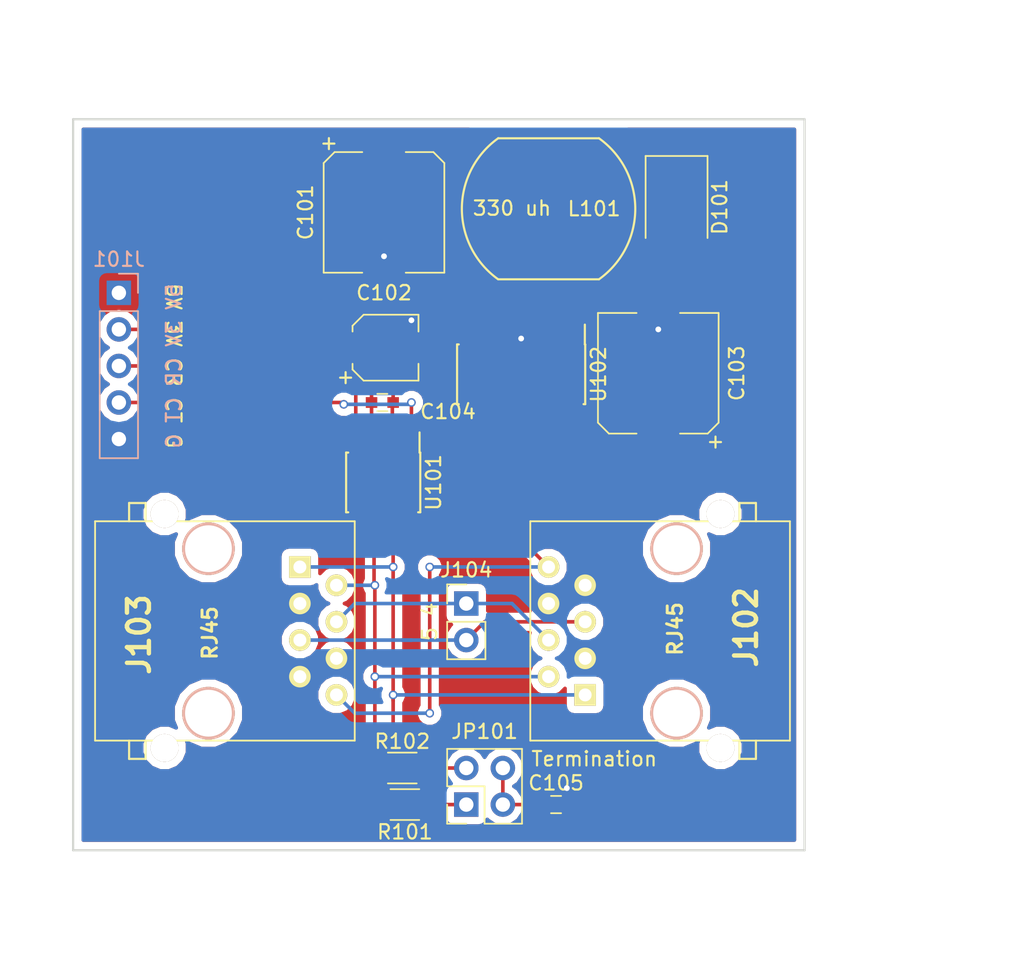
<source format=kicad_pcb>
(kicad_pcb (version 4) (host pcbnew 4.0.7+dfsg1-1ubuntu2)

  (general
    (links 43)
    (no_connects 0)
    (area 124.384999 71.044999 175.335001 121.995001)
    (thickness 1.6)
    (drawings 7)
    (tracks 100)
    (zones 0)
    (modules 16)
    (nets 25)
  )

  (page A4)
  (layers
    (0 F.Cu signal)
    (31 B.Cu signal)
    (32 B.Adhes user)
    (33 F.Adhes user)
    (34 B.Paste user)
    (35 F.Paste user)
    (36 B.SilkS user)
    (37 F.SilkS user)
    (38 B.Mask user)
    (39 F.Mask user)
    (40 Dwgs.User user)
    (41 Cmts.User user)
    (42 Eco1.User user)
    (43 Eco2.User user)
    (44 Edge.Cuts user)
    (45 Margin user)
    (46 B.CrtYd user)
    (47 F.CrtYd user)
    (48 B.Fab user)
    (49 F.Fab user)
  )

  (setup
    (last_trace_width 0.25)
    (trace_clearance 0.2)
    (zone_clearance 0.508)
    (zone_45_only no)
    (trace_min 0.2)
    (segment_width 0.2)
    (edge_width 0.15)
    (via_size 0.6)
    (via_drill 0.4)
    (via_min_size 0.4)
    (via_min_drill 0.3)
    (uvia_size 0.3)
    (uvia_drill 0.1)
    (uvias_allowed no)
    (uvia_min_size 0.2)
    (uvia_min_drill 0.1)
    (pcb_text_width 0.3)
    (pcb_text_size 1.5 1.5)
    (mod_edge_width 0.15)
    (mod_text_size 1 1)
    (mod_text_width 0.15)
    (pad_size 1.524 1.524)
    (pad_drill 0.762)
    (pad_to_mask_clearance 0.2)
    (aux_axis_origin 0 0)
    (visible_elements FFFFFF7F)
    (pcbplotparams
      (layerselection 0x3ffff_80000001)
      (usegerberextensions true)
      (excludeedgelayer true)
      (linewidth 0.100000)
      (plotframeref false)
      (viasonmask false)
      (mode 1)
      (useauxorigin false)
      (hpglpennumber 1)
      (hpglpenspeed 20)
      (hpglpendiameter 15)
      (hpglpenoverlay 2)
      (psnegative false)
      (psa4output false)
      (plotreference true)
      (plotvalue true)
      (plotinvisibletext false)
      (padsonsilk false)
      (subtractmaskfromsilk false)
      (outputformat 1)
      (mirror false)
      (drillshape 0)
      (scaleselection 1)
      (outputdirectory Gerber/))
  )

  (net 0 "")
  (net 1 +5V)
  (net 2 GND)
  (net 3 +3V3)
  (net 4 "Net-(C105-Pad1)")
  (net 5 "Net-(D101-Pad1)")
  (net 6 "CAN +12V")
  (net 7 /CAN_RX)
  (net 8 /CAN_TX)
  (net 9 /CANH)
  (net 10 /CANL)
  (net 11 "Net-(J102-Pad4)")
  (net 12 "Net-(J102-Pad5)")
  (net 13 "Net-(JP101-Pad1)")
  (net 14 "Net-(JP101-Pad2)")
  (net 15 "Net-(U101-Pad5)")
  (net 16 "Net-(U101-Pad8)")
  (net 17 "Net-(U102-Pad1)")
  (net 18 "Net-(U102-Pad2)")
  (net 19 "Net-(U102-Pad7)")
  (net 20 "Net-(U102-Pad8)")
  (net 21 "Net-(U102-Pad9)")
  (net 22 "Net-(U102-Pad11)")
  (net 23 "Net-(U102-Pad13)")
  (net 24 "Net-(U102-Pad14)")

  (net_class Default "This is the default net class."
    (clearance 0.2)
    (trace_width 0.25)
    (via_dia 0.6)
    (via_drill 0.4)
    (uvia_dia 0.3)
    (uvia_drill 0.1)
    (add_net +3V3)
    (add_net +5V)
    (add_net /CANH)
    (add_net /CANL)
    (add_net /CAN_RX)
    (add_net /CAN_TX)
    (add_net "CAN +12V")
    (add_net GND)
    (add_net "Net-(C105-Pad1)")
    (add_net "Net-(D101-Pad1)")
    (add_net "Net-(J102-Pad4)")
    (add_net "Net-(J102-Pad5)")
    (add_net "Net-(JP101-Pad1)")
    (add_net "Net-(JP101-Pad2)")
    (add_net "Net-(U101-Pad5)")
    (add_net "Net-(U101-Pad8)")
    (add_net "Net-(U102-Pad1)")
    (add_net "Net-(U102-Pad11)")
    (add_net "Net-(U102-Pad13)")
    (add_net "Net-(U102-Pad14)")
    (add_net "Net-(U102-Pad2)")
    (add_net "Net-(U102-Pad7)")
    (add_net "Net-(U102-Pad8)")
    (add_net "Net-(U102-Pad9)")
  )

  (module Capacitors_SMD:CP_Elec_8x10 (layer F.Cu) (tedit 58AA9153) (tstamp 633B2909)
    (at 146.05 77.595 270)
    (descr "SMT capacitor, aluminium electrolytic, 8x10")
    (path /6335AD2E)
    (attr smd)
    (fp_text reference C101 (at 0 5.45 270) (layer F.SilkS)
      (effects (font (size 1 1) (thickness 0.15)))
    )
    (fp_text value "220 uf 25V" (at 0 -5.45 270) (layer F.Fab)
      (effects (font (size 1 1) (thickness 0.15)))
    )
    (fp_circle (center 0 0) (end -0.6 3.9) (layer F.Fab) (width 0.1))
    (fp_text user + (at -2.31 -0.08 270) (layer F.Fab)
      (effects (font (size 1 1) (thickness 0.15)))
    )
    (fp_text user + (at -4.78 3.9 270) (layer F.SilkS)
      (effects (font (size 1 1) (thickness 0.15)))
    )
    (fp_text user %R (at 0 5.45 270) (layer F.Fab)
      (effects (font (size 1 1) (thickness 0.15)))
    )
    (fp_line (start 4.04 4.04) (end 4.04 -4.04) (layer F.Fab) (width 0.1))
    (fp_line (start -3.37 4.04) (end 4.04 4.04) (layer F.Fab) (width 0.1))
    (fp_line (start -4.04 3.37) (end -3.37 4.04) (layer F.Fab) (width 0.1))
    (fp_line (start -4.04 -3.37) (end -4.04 3.37) (layer F.Fab) (width 0.1))
    (fp_line (start -3.37 -4.04) (end -4.04 -3.37) (layer F.Fab) (width 0.1))
    (fp_line (start 4.04 -4.04) (end -3.37 -4.04) (layer F.Fab) (width 0.1))
    (fp_line (start 4.19 4.19) (end 4.19 1.51) (layer F.SilkS) (width 0.12))
    (fp_line (start 4.19 -4.19) (end 4.19 -1.51) (layer F.SilkS) (width 0.12))
    (fp_line (start -4.19 -3.43) (end -4.19 -1.51) (layer F.SilkS) (width 0.12))
    (fp_line (start -4.19 3.43) (end -4.19 1.51) (layer F.SilkS) (width 0.12))
    (fp_line (start 4.19 4.19) (end -3.43 4.19) (layer F.SilkS) (width 0.12))
    (fp_line (start -3.43 4.19) (end -4.19 3.43) (layer F.SilkS) (width 0.12))
    (fp_line (start -4.19 -3.43) (end -3.43 -4.19) (layer F.SilkS) (width 0.12))
    (fp_line (start -3.43 -4.19) (end 4.19 -4.19) (layer F.SilkS) (width 0.12))
    (fp_line (start -5.3 -4.29) (end 5.3 -4.29) (layer F.CrtYd) (width 0.05))
    (fp_line (start -5.3 -4.29) (end -5.3 4.29) (layer F.CrtYd) (width 0.05))
    (fp_line (start 5.3 4.29) (end 5.3 -4.29) (layer F.CrtYd) (width 0.05))
    (fp_line (start 5.3 4.29) (end -5.3 4.29) (layer F.CrtYd) (width 0.05))
    (pad 1 smd rect (at -3.05 0 90) (size 4 2.5) (layers F.Cu F.Paste F.Mask)
      (net 1 +5V))
    (pad 2 smd rect (at 3.05 0 90) (size 4 2.5) (layers F.Cu F.Paste F.Mask)
      (net 2 GND))
    (model Capacitors_SMD.3dshapes/CP_Elec_8x10.wrl
      (at (xyz 0 0 0))
      (scale (xyz 1 1 1))
      (rotate (xyz 0 0 180))
    )
  )

  (module Capacitors_SMD:C_0603 (layer F.Cu) (tedit 59958EE7) (tstamp 633B290F)
    (at 145.935 90.805)
    (descr "Capacitor SMD 0603, reflow soldering, AVX (see smccp.pdf)")
    (tags "capacitor 0603")
    (path /63359A15)
    (attr smd)
    (fp_text reference C102 (at 0.115 -7.62) (layer F.SilkS)
      (effects (font (size 1 1) (thickness 0.15)))
    )
    (fp_text value ".1 uf" (at 0 1.5) (layer F.Fab)
      (effects (font (size 1 1) (thickness 0.15)))
    )
    (fp_line (start 1.4 0.65) (end -1.4 0.65) (layer F.CrtYd) (width 0.05))
    (fp_line (start 1.4 0.65) (end 1.4 -0.65) (layer F.CrtYd) (width 0.05))
    (fp_line (start -1.4 -0.65) (end -1.4 0.65) (layer F.CrtYd) (width 0.05))
    (fp_line (start -1.4 -0.65) (end 1.4 -0.65) (layer F.CrtYd) (width 0.05))
    (fp_line (start 0.35 0.6) (end -0.35 0.6) (layer F.SilkS) (width 0.12))
    (fp_line (start -0.35 -0.6) (end 0.35 -0.6) (layer F.SilkS) (width 0.12))
    (fp_line (start -0.8 -0.4) (end 0.8 -0.4) (layer F.Fab) (width 0.1))
    (fp_line (start 0.8 -0.4) (end 0.8 0.4) (layer F.Fab) (width 0.1))
    (fp_line (start 0.8 0.4) (end -0.8 0.4) (layer F.Fab) (width 0.1))
    (fp_line (start -0.8 0.4) (end -0.8 -0.4) (layer F.Fab) (width 0.1))
    (fp_text user %R (at 0 0) (layer F.Fab)
      (effects (font (size 0.3 0.3) (thickness 0.075)))
    )
    (pad 2 smd rect (at 0.75 0) (size 0.8 0.75) (layers F.Cu F.Paste F.Mask)
      (net 2 GND))
    (pad 1 smd rect (at -0.75 0) (size 0.8 0.75) (layers F.Cu F.Paste F.Mask)
      (net 3 +3V3))
    (model Capacitors_SMD.3dshapes/C_0603.wrl
      (at (xyz 0 0 0))
      (scale (xyz 1 1 1))
      (rotate (xyz 0 0 0))
    )
  )

  (module Capacitors_SMD:CP_Elec_8x10 (layer F.Cu) (tedit 58AA9153) (tstamp 633B2915)
    (at 165.1 88.775 90)
    (descr "SMT capacitor, aluminium electrolytic, 8x10")
    (path /6335AD2D)
    (attr smd)
    (fp_text reference C103 (at 0 5.45 90) (layer F.SilkS)
      (effects (font (size 1 1) (thickness 0.15)))
    )
    (fp_text value "22 uf 100V" (at 0 -5.45 90) (layer F.Fab)
      (effects (font (size 1 1) (thickness 0.15)))
    )
    (fp_circle (center 0 0) (end -0.6 3.9) (layer F.Fab) (width 0.1))
    (fp_text user + (at -2.31 -0.08 90) (layer F.Fab)
      (effects (font (size 1 1) (thickness 0.15)))
    )
    (fp_text user + (at -4.78 3.9 90) (layer F.SilkS)
      (effects (font (size 1 1) (thickness 0.15)))
    )
    (fp_text user %R (at 0 5.45 90) (layer F.Fab)
      (effects (font (size 1 1) (thickness 0.15)))
    )
    (fp_line (start 4.04 4.04) (end 4.04 -4.04) (layer F.Fab) (width 0.1))
    (fp_line (start -3.37 4.04) (end 4.04 4.04) (layer F.Fab) (width 0.1))
    (fp_line (start -4.04 3.37) (end -3.37 4.04) (layer F.Fab) (width 0.1))
    (fp_line (start -4.04 -3.37) (end -4.04 3.37) (layer F.Fab) (width 0.1))
    (fp_line (start -3.37 -4.04) (end -4.04 -3.37) (layer F.Fab) (width 0.1))
    (fp_line (start 4.04 -4.04) (end -3.37 -4.04) (layer F.Fab) (width 0.1))
    (fp_line (start 4.19 4.19) (end 4.19 1.51) (layer F.SilkS) (width 0.12))
    (fp_line (start 4.19 -4.19) (end 4.19 -1.51) (layer F.SilkS) (width 0.12))
    (fp_line (start -4.19 -3.43) (end -4.19 -1.51) (layer F.SilkS) (width 0.12))
    (fp_line (start -4.19 3.43) (end -4.19 1.51) (layer F.SilkS) (width 0.12))
    (fp_line (start 4.19 4.19) (end -3.43 4.19) (layer F.SilkS) (width 0.12))
    (fp_line (start -3.43 4.19) (end -4.19 3.43) (layer F.SilkS) (width 0.12))
    (fp_line (start -4.19 -3.43) (end -3.43 -4.19) (layer F.SilkS) (width 0.12))
    (fp_line (start -3.43 -4.19) (end 4.19 -4.19) (layer F.SilkS) (width 0.12))
    (fp_line (start -5.3 -4.29) (end 5.3 -4.29) (layer F.CrtYd) (width 0.05))
    (fp_line (start -5.3 -4.29) (end -5.3 4.29) (layer F.CrtYd) (width 0.05))
    (fp_line (start 5.3 4.29) (end 5.3 -4.29) (layer F.CrtYd) (width 0.05))
    (fp_line (start 5.3 4.29) (end -5.3 4.29) (layer F.CrtYd) (width 0.05))
    (pad 1 smd rect (at -3.05 0 270) (size 4 2.5) (layers F.Cu F.Paste F.Mask)
      (net 6 "CAN +12V"))
    (pad 2 smd rect (at 3.05 0 270) (size 4 2.5) (layers F.Cu F.Paste F.Mask)
      (net 2 GND))
    (model Capacitors_SMD.3dshapes/CP_Elec_8x10.wrl
      (at (xyz 0 0 0))
      (scale (xyz 1 1 1))
      (rotate (xyz 0 0 180))
    )
  )

  (module Capacitors_SMD:CP_Elec_4x5.7 (layer F.Cu) (tedit 58AA8612) (tstamp 633B291B)
    (at 146.155 86.995)
    (descr "SMT capacitor, aluminium electrolytic, 4x5.7")
    (path /63359A16)
    (attr smd)
    (fp_text reference C104 (at 4.34 4.445) (layer F.SilkS)
      (effects (font (size 1 1) (thickness 0.15)))
    )
    (fp_text value "15 uf 15V" (at 0 -3.54) (layer F.Fab)
      (effects (font (size 1 1) (thickness 0.15)))
    )
    (fp_circle (center 0 0) (end 0.3 2.1) (layer F.Fab) (width 0.1))
    (fp_text user + (at -1.1 -0.08) (layer F.Fab)
      (effects (font (size 1 1) (thickness 0.15)))
    )
    (fp_text user + (at -2.77 2.01) (layer F.SilkS)
      (effects (font (size 1 1) (thickness 0.15)))
    )
    (fp_text user %R (at 0 3.54) (layer F.Fab)
      (effects (font (size 1 1) (thickness 0.15)))
    )
    (fp_line (start 2.13 2.13) (end 2.13 -2.13) (layer F.Fab) (width 0.1))
    (fp_line (start -1.46 2.13) (end 2.13 2.13) (layer F.Fab) (width 0.1))
    (fp_line (start -2.13 1.46) (end -1.46 2.13) (layer F.Fab) (width 0.1))
    (fp_line (start -2.13 -1.46) (end -2.13 1.46) (layer F.Fab) (width 0.1))
    (fp_line (start -1.46 -2.13) (end -2.13 -1.46) (layer F.Fab) (width 0.1))
    (fp_line (start 2.13 -2.13) (end -1.46 -2.13) (layer F.Fab) (width 0.1))
    (fp_line (start 2.29 2.29) (end 2.29 1.12) (layer F.SilkS) (width 0.12))
    (fp_line (start 2.29 -2.29) (end 2.29 -1.12) (layer F.SilkS) (width 0.12))
    (fp_line (start -2.29 -1.52) (end -2.29 -1.12) (layer F.SilkS) (width 0.12))
    (fp_line (start -2.29 1.52) (end -2.29 1.12) (layer F.SilkS) (width 0.12))
    (fp_line (start -1.52 2.29) (end 2.29 2.29) (layer F.SilkS) (width 0.12))
    (fp_line (start -1.52 2.29) (end -2.29 1.52) (layer F.SilkS) (width 0.12))
    (fp_line (start -1.52 -2.29) (end 2.29 -2.29) (layer F.SilkS) (width 0.12))
    (fp_line (start -1.52 -2.29) (end -2.29 -1.52) (layer F.SilkS) (width 0.12))
    (fp_line (start -3.35 -2.39) (end 3.35 -2.39) (layer F.CrtYd) (width 0.05))
    (fp_line (start -3.35 -2.39) (end -3.35 2.38) (layer F.CrtYd) (width 0.05))
    (fp_line (start 3.35 2.38) (end 3.35 -2.39) (layer F.CrtYd) (width 0.05))
    (fp_line (start 3.35 2.38) (end -3.35 2.38) (layer F.CrtYd) (width 0.05))
    (pad 1 smd rect (at -1.8 0 180) (size 2.6 1.6) (layers F.Cu F.Paste F.Mask)
      (net 3 +3V3))
    (pad 2 smd rect (at 1.8 0 180) (size 2.6 1.6) (layers F.Cu F.Paste F.Mask)
      (net 2 GND))
    (model Capacitors_SMD.3dshapes/CP_Elec_4x5.7.wrl
      (at (xyz 0 0 0))
      (scale (xyz 1 1 1))
      (rotate (xyz 0 0 180))
    )
  )

  (module Capacitors_SMD:C_0603 (layer F.Cu) (tedit 59958EE7) (tstamp 633B2921)
    (at 158 118.745)
    (descr "Capacitor SMD 0603, reflow soldering, AVX (see smccp.pdf)")
    (tags "capacitor 0603")
    (path /63359A1A)
    (attr smd)
    (fp_text reference C105 (at 0 -1.5) (layer F.SilkS)
      (effects (font (size 1 1) (thickness 0.15)))
    )
    (fp_text value "47 nf" (at 0 1.5) (layer F.Fab)
      (effects (font (size 1 1) (thickness 0.15)))
    )
    (fp_line (start 1.4 0.65) (end -1.4 0.65) (layer F.CrtYd) (width 0.05))
    (fp_line (start 1.4 0.65) (end 1.4 -0.65) (layer F.CrtYd) (width 0.05))
    (fp_line (start -1.4 -0.65) (end -1.4 0.65) (layer F.CrtYd) (width 0.05))
    (fp_line (start -1.4 -0.65) (end 1.4 -0.65) (layer F.CrtYd) (width 0.05))
    (fp_line (start 0.35 0.6) (end -0.35 0.6) (layer F.SilkS) (width 0.12))
    (fp_line (start -0.35 -0.6) (end 0.35 -0.6) (layer F.SilkS) (width 0.12))
    (fp_line (start -0.8 -0.4) (end 0.8 -0.4) (layer F.Fab) (width 0.1))
    (fp_line (start 0.8 -0.4) (end 0.8 0.4) (layer F.Fab) (width 0.1))
    (fp_line (start 0.8 0.4) (end -0.8 0.4) (layer F.Fab) (width 0.1))
    (fp_line (start -0.8 0.4) (end -0.8 -0.4) (layer F.Fab) (width 0.1))
    (fp_text user %R (at 0 0) (layer F.Fab)
      (effects (font (size 0.3 0.3) (thickness 0.075)))
    )
    (pad 2 smd rect (at 0.75 0) (size 0.8 0.75) (layers F.Cu F.Paste F.Mask)
      (net 2 GND))
    (pad 1 smd rect (at -0.75 0) (size 0.8 0.75) (layers F.Cu F.Paste F.Mask)
      (net 4 "Net-(C105-Pad1)"))
    (model Capacitors_SMD.3dshapes/C_0603.wrl
      (at (xyz 0 0 0))
      (scale (xyz 1 1 1))
      (rotate (xyz 0 0 0))
    )
  )

  (module Diodes_SMD:D_SMB (layer F.Cu) (tedit 58645DF3) (tstamp 633B2927)
    (at 166.37 77.225 270)
    (descr "Diode SMB (DO-214AA)")
    (tags "Diode SMB (DO-214AA)")
    (path /6335AD30)
    (attr smd)
    (fp_text reference D101 (at 0 -3 270) (layer F.SilkS)
      (effects (font (size 1 1) (thickness 0.15)))
    )
    (fp_text value "CMSH1-60 TR13" (at 0 3.1 270) (layer F.Fab)
      (effects (font (size 1 1) (thickness 0.15)))
    )
    (fp_text user %R (at 0 -3 270) (layer F.Fab)
      (effects (font (size 1 1) (thickness 0.15)))
    )
    (fp_line (start -3.55 -2.15) (end -3.55 2.15) (layer F.SilkS) (width 0.12))
    (fp_line (start 2.3 2) (end -2.3 2) (layer F.Fab) (width 0.1))
    (fp_line (start -2.3 2) (end -2.3 -2) (layer F.Fab) (width 0.1))
    (fp_line (start 2.3 -2) (end 2.3 2) (layer F.Fab) (width 0.1))
    (fp_line (start 2.3 -2) (end -2.3 -2) (layer F.Fab) (width 0.1))
    (fp_line (start -3.65 -2.25) (end 3.65 -2.25) (layer F.CrtYd) (width 0.05))
    (fp_line (start 3.65 -2.25) (end 3.65 2.25) (layer F.CrtYd) (width 0.05))
    (fp_line (start 3.65 2.25) (end -3.65 2.25) (layer F.CrtYd) (width 0.05))
    (fp_line (start -3.65 2.25) (end -3.65 -2.25) (layer F.CrtYd) (width 0.05))
    (fp_line (start -0.64944 0.00102) (end -1.55114 0.00102) (layer F.Fab) (width 0.1))
    (fp_line (start 0.50118 0.00102) (end 1.4994 0.00102) (layer F.Fab) (width 0.1))
    (fp_line (start -0.64944 -0.79908) (end -0.64944 0.80112) (layer F.Fab) (width 0.1))
    (fp_line (start 0.50118 0.75032) (end 0.50118 -0.79908) (layer F.Fab) (width 0.1))
    (fp_line (start -0.64944 0.00102) (end 0.50118 0.75032) (layer F.Fab) (width 0.1))
    (fp_line (start -0.64944 0.00102) (end 0.50118 -0.79908) (layer F.Fab) (width 0.1))
    (fp_line (start -3.55 2.15) (end 2.15 2.15) (layer F.SilkS) (width 0.12))
    (fp_line (start -3.55 -2.15) (end 2.15 -2.15) (layer F.SilkS) (width 0.12))
    (pad 1 smd rect (at -2.15 0 270) (size 2.5 2.3) (layers F.Cu F.Paste F.Mask)
      (net 5 "Net-(D101-Pad1)"))
    (pad 2 smd rect (at 2.15 0 270) (size 2.5 2.3) (layers F.Cu F.Paste F.Mask)
      (net 2 GND))
    (model ${KISYS3DMOD}/Diodes_SMD.3dshapes/D_SMB.wrl
      (at (xyz 0 0 0))
      (scale (xyz 1 1 1))
      (rotate (xyz 0 0 0))
    )
  )

  (module Pin_Headers:Pin_Header_Straight_1x05_Pitch2.54mm (layer B.Cu) (tedit 6335A7E5) (tstamp 633B2952)
    (at 127.635 83.185 180)
    (descr "Through hole straight pin header, 1x05, 2.54mm pitch, single row")
    (tags "Through hole pin header THT 1x05 2.54mm single row")
    (path /6335C5F9)
    (fp_text reference J101 (at 0 2.33 180) (layer B.SilkS)
      (effects (font (size 1 1) (thickness 0.15)) (justify mirror))
    )
    (fp_text value "5V 3V CR CT G" (at -3.81 -5.08 270) (layer B.SilkS)
      (effects (font (size 1 1) (thickness 0.15)) (justify mirror))
    )
    (fp_line (start -0.635 1.27) (end 1.27 1.27) (layer B.Fab) (width 0.1))
    (fp_line (start 1.27 1.27) (end 1.27 -11.43) (layer B.Fab) (width 0.1))
    (fp_line (start 1.27 -11.43) (end -1.27 -11.43) (layer B.Fab) (width 0.1))
    (fp_line (start -1.27 -11.43) (end -1.27 0.635) (layer B.Fab) (width 0.1))
    (fp_line (start -1.27 0.635) (end -0.635 1.27) (layer B.Fab) (width 0.1))
    (fp_line (start -1.33 -11.49) (end 1.33 -11.49) (layer B.SilkS) (width 0.12))
    (fp_line (start -1.33 -1.27) (end -1.33 -11.49) (layer B.SilkS) (width 0.12))
    (fp_line (start 1.33 -1.27) (end 1.33 -11.49) (layer B.SilkS) (width 0.12))
    (fp_line (start -1.33 -1.27) (end 1.33 -1.27) (layer B.SilkS) (width 0.12))
    (fp_line (start -1.33 0) (end -1.33 1.33) (layer B.SilkS) (width 0.12))
    (fp_line (start -1.33 1.33) (end 0 1.33) (layer B.SilkS) (width 0.12))
    (fp_line (start -1.8 1.8) (end -1.8 -11.95) (layer B.CrtYd) (width 0.05))
    (fp_line (start -1.8 -11.95) (end 1.8 -11.95) (layer B.CrtYd) (width 0.05))
    (fp_line (start 1.8 -11.95) (end 1.8 1.8) (layer B.CrtYd) (width 0.05))
    (fp_line (start 1.8 1.8) (end -1.8 1.8) (layer B.CrtYd) (width 0.05))
    (fp_text user %R (at 0 -13.335 180) (layer B.Fab)
      (effects (font (size 1 1) (thickness 0.15)) (justify mirror))
    )
    (pad 1 thru_hole rect (at 0 0 180) (size 1.7 1.7) (drill 1) (layers *.Cu *.Mask)
      (net 1 +5V))
    (pad 2 thru_hole oval (at 0 -2.54 180) (size 1.7 1.7) (drill 1) (layers *.Cu *.Mask)
      (net 3 +3V3))
    (pad 3 thru_hole oval (at 0 -5.08 180) (size 1.7 1.7) (drill 1) (layers *.Cu *.Mask)
      (net 7 /CAN_RX))
    (pad 4 thru_hole oval (at 0 -7.62 180) (size 1.7 1.7) (drill 1) (layers *.Cu *.Mask)
      (net 8 /CAN_TX))
    (pad 5 thru_hole oval (at 0 -10.16 180) (size 1.7 1.7) (drill 1) (layers *.Cu *.Mask)
      (net 2 GND))
    (model ${KISYS3DMOD}/Pin_Headers.3dshapes/Pin_Header_Straight_1x05_Pitch2.54mm.wrl
      (at (xyz 0 0 0))
      (scale (xyz 1 1 1))
      (rotate (xyz 0 0 0))
    )
  )

  (module RJ45-8N-S:RJ45_8N-S (layer F.Cu) (tedit 58F90078) (tstamp 633B296C)
    (at 166.37 106.68 90)
    (tags RJ45)
    (path /63359A1D)
    (fp_text reference J102 (at 0.254 4.826 90) (layer F.SilkS)
      (effects (font (thickness 0.3048)))
    )
    (fp_text value RJ45 (at 0.14224 -0.1016 90) (layer F.SilkS)
      (effects (font (size 1.00076 1.00076) (thickness 0.2032)))
    )
    (fp_line (start -7.62 5.5118) (end -8.89 5.5118) (layer F.SilkS) (width 0.15))
    (fp_line (start -8.89 5.5118) (end -8.89 4.3688) (layer F.SilkS) (width 0.15))
    (fp_line (start -8.89 4.3688) (end -7.62 4.3688) (layer F.SilkS) (width 0.15))
    (fp_line (start 7.62 5.5118) (end 8.89 5.5118) (layer F.SilkS) (width 0.15))
    (fp_line (start 8.89 5.5118) (end 8.89 4.3688) (layer F.SilkS) (width 0.15))
    (fp_line (start 8.89 4.3688) (end 7.62 4.3688) (layer F.SilkS) (width 0.15))
    (fp_line (start -7.62 7.874) (end 7.62 7.874) (layer F.SilkS) (width 0.127))
    (fp_line (start 7.62 7.874) (end 7.62 -10.16) (layer F.SilkS) (width 0.127))
    (fp_line (start 7.62 -10.16) (end -7.62 -10.16) (layer F.SilkS) (width 0.127))
    (fp_line (start -7.62 -10.16) (end -7.62 7.874) (layer F.SilkS) (width 0.127))
    (pad "" np_thru_hole circle (at 5.715 0 90) (size 3.64998 3.64998) (drill 3.2512) (layers *.Cu *.SilkS *.Mask))
    (pad "" np_thru_hole circle (at -5.715 0 90) (size 3.64998 3.64998) (drill 3.2512) (layers *.Cu *.SilkS *.Mask))
    (pad 1 thru_hole rect (at -4.445 -6.35 90) (size 1.50114 1.50114) (drill 0.89916) (layers *.Cu *.Mask F.SilkS)
      (net 9 /CANH))
    (pad 2 thru_hole circle (at -3.175 -8.89 90) (size 1.50114 1.50114) (drill 0.89916) (layers *.Cu *.Mask F.SilkS)
      (net 10 /CANL))
    (pad 3 thru_hole circle (at -1.905 -6.35 90) (size 1.50114 1.50114) (drill 0.89916) (layers *.Cu *.Mask F.SilkS)
      (net 2 GND))
    (pad 4 thru_hole circle (at -0.635 -8.89 90) (size 1.50114 1.50114) (drill 0.89916) (layers *.Cu *.Mask F.SilkS)
      (net 11 "Net-(J102-Pad4)"))
    (pad 5 thru_hole circle (at 0.635 -6.35 90) (size 1.50114 1.50114) (drill 0.89916) (layers *.Cu *.Mask F.SilkS)
      (net 12 "Net-(J102-Pad5)"))
    (pad 6 thru_hole circle (at 1.905 -8.89 90) (size 1.50114 1.50114) (drill 0.89916) (layers *.Cu *.Mask F.SilkS)
      (net 2 GND))
    (pad 7 thru_hole circle (at 3.175 -6.35 90) (size 1.50114 1.50114) (drill 0.89916) (layers *.Cu *.Mask F.SilkS)
      (net 2 GND))
    (pad 8 thru_hole circle (at 4.445 -8.89 90) (size 1.50114 1.50114) (drill 0.89916) (layers *.Cu *.Mask F.SilkS)
      (net 6 "CAN +12V"))
    (pad "" thru_hole circle (at -8.128 3.048 90) (size 1.9304 1.9304) (drill 1.9304) (layers *.Cu *.Mask F.SilkS))
    (pad "" thru_hole circle (at 8.128 3.048 90) (size 1.9304 1.9304) (drill 1.9304) (layers *.Cu *.Mask F.SilkS))
    (model connectors/RJ45_8.wrl
      (at (xyz 0 0 0))
      (scale (xyz 0.4 0.4 0.4))
      (rotate (xyz 0 0 0))
    )
  )

  (module RJ45-8N-S:RJ45_8N-S (layer F.Cu) (tedit 58F90078) (tstamp 633B2986)
    (at 133.858 106.68 270)
    (tags RJ45)
    (path /63359A1C)
    (fp_text reference J103 (at 0.254 4.826 270) (layer F.SilkS)
      (effects (font (thickness 0.3048)))
    )
    (fp_text value RJ45 (at 0.14224 -0.1016 270) (layer F.SilkS)
      (effects (font (size 1.00076 1.00076) (thickness 0.2032)))
    )
    (fp_line (start -7.62 5.5118) (end -8.89 5.5118) (layer F.SilkS) (width 0.15))
    (fp_line (start -8.89 5.5118) (end -8.89 4.3688) (layer F.SilkS) (width 0.15))
    (fp_line (start -8.89 4.3688) (end -7.62 4.3688) (layer F.SilkS) (width 0.15))
    (fp_line (start 7.62 5.5118) (end 8.89 5.5118) (layer F.SilkS) (width 0.15))
    (fp_line (start 8.89 5.5118) (end 8.89 4.3688) (layer F.SilkS) (width 0.15))
    (fp_line (start 8.89 4.3688) (end 7.62 4.3688) (layer F.SilkS) (width 0.15))
    (fp_line (start -7.62 7.874) (end 7.62 7.874) (layer F.SilkS) (width 0.127))
    (fp_line (start 7.62 7.874) (end 7.62 -10.16) (layer F.SilkS) (width 0.127))
    (fp_line (start 7.62 -10.16) (end -7.62 -10.16) (layer F.SilkS) (width 0.127))
    (fp_line (start -7.62 -10.16) (end -7.62 7.874) (layer F.SilkS) (width 0.127))
    (pad "" np_thru_hole circle (at 5.715 0 270) (size 3.64998 3.64998) (drill 3.2512) (layers *.Cu *.SilkS *.Mask))
    (pad "" np_thru_hole circle (at -5.715 0 270) (size 3.64998 3.64998) (drill 3.2512) (layers *.Cu *.SilkS *.Mask))
    (pad 1 thru_hole rect (at -4.445 -6.35 270) (size 1.50114 1.50114) (drill 0.89916) (layers *.Cu *.Mask F.SilkS)
      (net 9 /CANH))
    (pad 2 thru_hole circle (at -3.175 -8.89 270) (size 1.50114 1.50114) (drill 0.89916) (layers *.Cu *.Mask F.SilkS)
      (net 10 /CANL))
    (pad 3 thru_hole circle (at -1.905 -6.35 270) (size 1.50114 1.50114) (drill 0.89916) (layers *.Cu *.Mask F.SilkS)
      (net 2 GND))
    (pad 4 thru_hole circle (at -0.635 -8.89 270) (size 1.50114 1.50114) (drill 0.89916) (layers *.Cu *.Mask F.SilkS)
      (net 11 "Net-(J102-Pad4)"))
    (pad 5 thru_hole circle (at 0.635 -6.35 270) (size 1.50114 1.50114) (drill 0.89916) (layers *.Cu *.Mask F.SilkS)
      (net 12 "Net-(J102-Pad5)"))
    (pad 6 thru_hole circle (at 1.905 -8.89 270) (size 1.50114 1.50114) (drill 0.89916) (layers *.Cu *.Mask F.SilkS)
      (net 2 GND))
    (pad 7 thru_hole circle (at 3.175 -6.35 270) (size 1.50114 1.50114) (drill 0.89916) (layers *.Cu *.Mask F.SilkS)
      (net 2 GND))
    (pad 8 thru_hole circle (at 4.445 -8.89 270) (size 1.50114 1.50114) (drill 0.89916) (layers *.Cu *.Mask F.SilkS)
      (net 6 "CAN +12V"))
    (pad "" thru_hole circle (at -8.128 3.048 270) (size 1.9304 1.9304) (drill 1.9304) (layers *.Cu *.Mask F.SilkS))
    (pad "" thru_hole circle (at 8.128 3.048 270) (size 1.9304 1.9304) (drill 1.9304) (layers *.Cu *.Mask F.SilkS))
    (model connectors/RJ45_8.wrl
      (at (xyz 0 0 0))
      (scale (xyz 0.4 0.4 0.4))
      (rotate (xyz 0 0 0))
    )
  )

  (module Pin_Headers:Pin_Header_Straight_2x02_Pitch2.54mm (layer F.Cu) (tedit 6335A019) (tstamp 633B29A0)
    (at 151.765 118.745 90)
    (descr "Through hole straight pin header, 2x02, 2.54mm pitch, double rows")
    (tags "Through hole pin header THT 2x02 2.54mm double row")
    (path /63359A19)
    (fp_text reference JP101 (at 5.08 1.27 180) (layer F.SilkS)
      (effects (font (size 1 1) (thickness 0.15)))
    )
    (fp_text value Termination (at 3.175 8.89 180) (layer F.SilkS)
      (effects (font (size 1 1) (thickness 0.15)))
    )
    (fp_line (start 0 -1.27) (end 3.81 -1.27) (layer F.Fab) (width 0.1))
    (fp_line (start 3.81 -1.27) (end 3.81 3.81) (layer F.Fab) (width 0.1))
    (fp_line (start 3.81 3.81) (end -1.27 3.81) (layer F.Fab) (width 0.1))
    (fp_line (start -1.27 3.81) (end -1.27 0) (layer F.Fab) (width 0.1))
    (fp_line (start -1.27 0) (end 0 -1.27) (layer F.Fab) (width 0.1))
    (fp_line (start -1.33 3.87) (end 3.87 3.87) (layer F.SilkS) (width 0.12))
    (fp_line (start -1.33 1.27) (end -1.33 3.87) (layer F.SilkS) (width 0.12))
    (fp_line (start 3.87 -1.33) (end 3.87 3.87) (layer F.SilkS) (width 0.12))
    (fp_line (start -1.33 1.27) (end 1.27 1.27) (layer F.SilkS) (width 0.12))
    (fp_line (start 1.27 1.27) (end 1.27 -1.33) (layer F.SilkS) (width 0.12))
    (fp_line (start 1.27 -1.33) (end 3.87 -1.33) (layer F.SilkS) (width 0.12))
    (fp_line (start -1.33 0) (end -1.33 -1.33) (layer F.SilkS) (width 0.12))
    (fp_line (start -1.33 -1.33) (end 0 -1.33) (layer F.SilkS) (width 0.12))
    (fp_line (start -1.8 -1.8) (end -1.8 4.35) (layer F.CrtYd) (width 0.05))
    (fp_line (start -1.8 4.35) (end 4.35 4.35) (layer F.CrtYd) (width 0.05))
    (fp_line (start 4.35 4.35) (end 4.35 -1.8) (layer F.CrtYd) (width 0.05))
    (fp_line (start 4.35 -1.8) (end -1.8 -1.8) (layer F.CrtYd) (width 0.05))
    (fp_text user %R (at 1.27 1.27 180) (layer F.Fab)
      (effects (font (size 1 1) (thickness 0.15)))
    )
    (pad 1 thru_hole rect (at 0 0 90) (size 1.7 1.7) (drill 1) (layers *.Cu *.Mask)
      (net 13 "Net-(JP101-Pad1)"))
    (pad 2 thru_hole oval (at 2.54 0 90) (size 1.7 1.7) (drill 1) (layers *.Cu *.Mask)
      (net 14 "Net-(JP101-Pad2)"))
    (pad 3 thru_hole oval (at 0 2.54 90) (size 1.7 1.7) (drill 1) (layers *.Cu *.Mask)
      (net 4 "Net-(C105-Pad1)"))
    (pad 4 thru_hole oval (at 2.54 2.54 90) (size 1.7 1.7) (drill 1) (layers *.Cu *.Mask)
      (net 4 "Net-(C105-Pad1)"))
    (model ${KISYS3DMOD}/Pin_Headers.3dshapes/Pin_Header_Straight_2x02_Pitch2.54mm.wrl
      (at (xyz 0 0 0))
      (scale (xyz 1 1 1))
      (rotate (xyz 0 0 0))
    )
  )

  (module SRN1060:SRN1060 (layer F.Cu) (tedit 5E4B6925) (tstamp 633B29AA)
    (at 157.48 77.345 270)
    (path /6335AD2F)
    (attr smd)
    (fp_text reference L101 (at 0 -3.1623 360) (layer F.SilkS)
      (effects (font (size 1 1) (thickness 0.15)))
    )
    (fp_text value "330 uh" (at -0.0381 2.54 360) (layer F.SilkS)
      (effects (font (size 1 1) (thickness 0.15)))
    )
    (fp_line (start -4.9 -3.5) (end -4.9 3.5) (layer F.SilkS) (width 0.15))
    (fp_line (start 4.9 -3.5) (end 4.9 3.5) (layer F.SilkS) (width 0.15))
    (fp_arc (start 0 0) (end 4.9 3.5) (angle 109) (layer F.SilkS) (width 0.15))
    (fp_arc (start 0 0) (end -4.9 -3.5) (angle 109) (layer F.SilkS) (width 0.15))
    (pad 1 smd rect (at -3.3 0 270) (size 3.5 10.2) (layers F.Cu F.Paste F.Mask)
      (net 5 "Net-(D101-Pad1)"))
    (pad 2 smd rect (at 3.3 0 270) (size 3.5 10.2) (layers F.Cu F.Paste F.Mask)
      (net 1 +5V))
  )

  (module Resistors_SMD:R_1206 (layer F.Cu) (tedit 58E0A804) (tstamp 633B29B0)
    (at 147.5 118.745)
    (descr "Resistor SMD 1206, reflow soldering, Vishay (see dcrcw.pdf)")
    (tags "resistor 1206")
    (path /63359A17)
    (attr smd)
    (fp_text reference R101 (at 0 1.905) (layer F.SilkS)
      (effects (font (size 1 1) (thickness 0.15)))
    )
    (fp_text value "60 Ohms" (at -5.895 0 180) (layer F.Fab)
      (effects (font (size 1 1) (thickness 0.15)))
    )
    (fp_text user %R (at 0 0) (layer F.Fab)
      (effects (font (size 0.7 0.7) (thickness 0.105)))
    )
    (fp_line (start -1.6 0.8) (end -1.6 -0.8) (layer F.Fab) (width 0.1))
    (fp_line (start 1.6 0.8) (end -1.6 0.8) (layer F.Fab) (width 0.1))
    (fp_line (start 1.6 -0.8) (end 1.6 0.8) (layer F.Fab) (width 0.1))
    (fp_line (start -1.6 -0.8) (end 1.6 -0.8) (layer F.Fab) (width 0.1))
    (fp_line (start 1 1.07) (end -1 1.07) (layer F.SilkS) (width 0.12))
    (fp_line (start -1 -1.07) (end 1 -1.07) (layer F.SilkS) (width 0.12))
    (fp_line (start -2.15 -1.11) (end 2.15 -1.11) (layer F.CrtYd) (width 0.05))
    (fp_line (start -2.15 -1.11) (end -2.15 1.1) (layer F.CrtYd) (width 0.05))
    (fp_line (start 2.15 1.1) (end 2.15 -1.11) (layer F.CrtYd) (width 0.05))
    (fp_line (start 2.15 1.1) (end -2.15 1.1) (layer F.CrtYd) (width 0.05))
    (pad 1 smd rect (at -1.45 0) (size 0.9 1.7) (layers F.Cu F.Paste F.Mask)
      (net 9 /CANH))
    (pad 2 smd rect (at 1.45 0) (size 0.9 1.7) (layers F.Cu F.Paste F.Mask)
      (net 13 "Net-(JP101-Pad1)"))
    (model ${KISYS3DMOD}/Resistors_SMD.3dshapes/R_1206.wrl
      (at (xyz 0 0 0))
      (scale (xyz 1 1 1))
      (rotate (xyz 0 0 0))
    )
  )

  (module Resistors_SMD:R_1206 (layer F.Cu) (tedit 58E0A804) (tstamp 633B29B6)
    (at 147.32 116.205)
    (descr "Resistor SMD 1206, reflow soldering, Vishay (see dcrcw.pdf)")
    (tags "resistor 1206")
    (path /63359A18)
    (attr smd)
    (fp_text reference R102 (at 0 -1.85) (layer F.SilkS)
      (effects (font (size 1 1) (thickness 0.15)))
    )
    (fp_text value "60 Ohms" (at -6.35 0 180) (layer F.Fab)
      (effects (font (size 1 1) (thickness 0.15)))
    )
    (fp_text user %R (at 0 0) (layer F.Fab)
      (effects (font (size 0.7 0.7) (thickness 0.105)))
    )
    (fp_line (start -1.6 0.8) (end -1.6 -0.8) (layer F.Fab) (width 0.1))
    (fp_line (start 1.6 0.8) (end -1.6 0.8) (layer F.Fab) (width 0.1))
    (fp_line (start 1.6 -0.8) (end 1.6 0.8) (layer F.Fab) (width 0.1))
    (fp_line (start -1.6 -0.8) (end 1.6 -0.8) (layer F.Fab) (width 0.1))
    (fp_line (start 1 1.07) (end -1 1.07) (layer F.SilkS) (width 0.12))
    (fp_line (start -1 -1.07) (end 1 -1.07) (layer F.SilkS) (width 0.12))
    (fp_line (start -2.15 -1.11) (end 2.15 -1.11) (layer F.CrtYd) (width 0.05))
    (fp_line (start -2.15 -1.11) (end -2.15 1.1) (layer F.CrtYd) (width 0.05))
    (fp_line (start 2.15 1.1) (end 2.15 -1.11) (layer F.CrtYd) (width 0.05))
    (fp_line (start 2.15 1.1) (end -2.15 1.1) (layer F.CrtYd) (width 0.05))
    (pad 1 smd rect (at -1.45 0) (size 0.9 1.7) (layers F.Cu F.Paste F.Mask)
      (net 10 /CANL))
    (pad 2 smd rect (at 1.45 0) (size 0.9 1.7) (layers F.Cu F.Paste F.Mask)
      (net 14 "Net-(JP101-Pad2)"))
    (model ${KISYS3DMOD}/Resistors_SMD.3dshapes/R_1206.wrl
      (at (xyz 0 0 0))
      (scale (xyz 1 1 1))
      (rotate (xyz 0 0 0))
    )
  )

  (module Housings_SOIC:SOIC-8_3.9x4.9mm_Pitch1.27mm (layer F.Cu) (tedit 58CD0CDA) (tstamp 633B29CE)
    (at 145.9941 96.36 270)
    (descr "8-Lead Plastic Small Outline (SN) - Narrow, 3.90 mm Body [SOIC] (see Microchip Packaging Specification 00000049BS.pdf)")
    (tags "SOIC 1.27")
    (path /63359A12)
    (attr smd)
    (fp_text reference U101 (at 0 -3.5 270) (layer F.SilkS)
      (effects (font (size 1 1) (thickness 0.15)))
    )
    (fp_text value TCAN332DR (at 0 3.5 270) (layer F.Fab)
      (effects (font (size 1 1) (thickness 0.15)))
    )
    (fp_text user %R (at 0 0 270) (layer F.Fab)
      (effects (font (size 1 1) (thickness 0.15)))
    )
    (fp_line (start -0.95 -2.45) (end 1.95 -2.45) (layer F.Fab) (width 0.1))
    (fp_line (start 1.95 -2.45) (end 1.95 2.45) (layer F.Fab) (width 0.1))
    (fp_line (start 1.95 2.45) (end -1.95 2.45) (layer F.Fab) (width 0.1))
    (fp_line (start -1.95 2.45) (end -1.95 -1.45) (layer F.Fab) (width 0.1))
    (fp_line (start -1.95 -1.45) (end -0.95 -2.45) (layer F.Fab) (width 0.1))
    (fp_line (start -3.73 -2.7) (end -3.73 2.7) (layer F.CrtYd) (width 0.05))
    (fp_line (start 3.73 -2.7) (end 3.73 2.7) (layer F.CrtYd) (width 0.05))
    (fp_line (start -3.73 -2.7) (end 3.73 -2.7) (layer F.CrtYd) (width 0.05))
    (fp_line (start -3.73 2.7) (end 3.73 2.7) (layer F.CrtYd) (width 0.05))
    (fp_line (start -2.075 -2.575) (end -2.075 -2.525) (layer F.SilkS) (width 0.15))
    (fp_line (start 2.075 -2.575) (end 2.075 -2.43) (layer F.SilkS) (width 0.15))
    (fp_line (start 2.075 2.575) (end 2.075 2.43) (layer F.SilkS) (width 0.15))
    (fp_line (start -2.075 2.575) (end -2.075 2.43) (layer F.SilkS) (width 0.15))
    (fp_line (start -2.075 -2.575) (end 2.075 -2.575) (layer F.SilkS) (width 0.15))
    (fp_line (start -2.075 2.575) (end 2.075 2.575) (layer F.SilkS) (width 0.15))
    (fp_line (start -2.075 -2.525) (end -3.475 -2.525) (layer F.SilkS) (width 0.15))
    (pad 1 smd rect (at -2.7 -1.905 270) (size 1.55 0.6) (layers F.Cu F.Paste F.Mask)
      (net 8 /CAN_TX))
    (pad 2 smd rect (at -2.7 -0.635 270) (size 1.55 0.6) (layers F.Cu F.Paste F.Mask)
      (net 2 GND))
    (pad 3 smd rect (at -2.7 0.635 270) (size 1.55 0.6) (layers F.Cu F.Paste F.Mask)
      (net 3 +3V3))
    (pad 4 smd rect (at -2.7 1.905 270) (size 1.55 0.6) (layers F.Cu F.Paste F.Mask)
      (net 7 /CAN_RX))
    (pad 5 smd rect (at 2.7 1.905 270) (size 1.55 0.6) (layers F.Cu F.Paste F.Mask)
      (net 15 "Net-(U101-Pad5)"))
    (pad 6 smd rect (at 2.7 0.635 270) (size 1.55 0.6) (layers F.Cu F.Paste F.Mask)
      (net 10 /CANL))
    (pad 7 smd rect (at 2.7 -0.635 270) (size 1.55 0.6) (layers F.Cu F.Paste F.Mask)
      (net 9 /CANH))
    (pad 8 smd rect (at 2.7 -1.905 270) (size 1.55 0.6) (layers F.Cu F.Paste F.Mask)
      (net 16 "Net-(U101-Pad8)"))
    (model ${KISYS3DMOD}/Housings_SOIC.3dshapes/SOIC-8_3.9x4.9mm_Pitch1.27mm.wrl
      (at (xyz 0 0 0))
      (scale (xyz 1 1 1))
      (rotate (xyz 0 0 0))
    )
  )

  (module SOIC_Wide:SOIC-14_7.4x8.7mm_Pitch1.27mm (layer F.Cu) (tedit 6073431B) (tstamp 633B29E0)
    (at 155.575 88.845 270)
    (descr "14-Lead Plastic Small Outline (SL) - Narrow, 3.90 mm Body [SOIC] (see Microchip Packaging Specification 00000049BS.pdf)")
    (tags "SOIC 1.27")
    (path /6335AD2C)
    (attr smd)
    (fp_text reference U102 (at 0 -5.375 270) (layer F.SilkS)
      (effects (font (size 1 1) (thickness 0.15)))
    )
    (fp_text value LM2574N-5 (at 1.96 5.375 270) (layer F.Fab)
      (effects (font (size 1 1) (thickness 0.15)))
    )
    (fp_text user %R (at 0 0 270) (layer F.Fab)
      (effects (font (size 0.9 0.9) (thickness 0.135)))
    )
    (fp_line (start -2.7 -4.35) (end 3.7 -4.35) (layer F.Fab) (width 0.15))
    (fp_line (start 3.7 -4.35) (end 3.7 4.35) (layer F.Fab) (width 0.15))
    (fp_line (start 3.7 4.35) (end -3.7 4.35) (layer F.Fab) (width 0.15))
    (fp_line (start -3.7 4.35) (end -3.7 -3.35) (layer F.Fab) (width 0.15))
    (fp_line (start -3.7 -3.35) (end -2.7 -4.35) (layer F.Fab) (width 0.15))
    (fp_line (start -3.7 -4.65) (end -3.7 4.65) (layer F.CrtYd) (width 0.05))
    (fp_line (start 3.7 -4.65) (end 3.7 4.65) (layer F.CrtYd) (width 0.05))
    (fp_line (start -3.7 -4.65) (end 3.7 -4.65) (layer F.CrtYd) (width 0.05))
    (fp_line (start -3.7 4.65) (end 3.7 4.65) (layer F.CrtYd) (width 0.05))
    (fp_line (start -2.075 -4.45) (end -2.075 -4.425) (layer F.SilkS) (width 0.15))
    (fp_line (start 2.075 -4.45) (end 2.075 -4.335) (layer F.SilkS) (width 0.15))
    (fp_line (start 2.075 4.45) (end 2.075 4.335) (layer F.SilkS) (width 0.15))
    (fp_line (start -2.075 4.45) (end -2.075 4.335) (layer F.SilkS) (width 0.15))
    (fp_line (start -2.075 -4.45) (end 2.075 -4.45) (layer F.SilkS) (width 0.15))
    (fp_line (start -2.075 4.45) (end 2.075 4.45) (layer F.SilkS) (width 0.15))
    (fp_line (start -2.075 -4.425) (end -3.45 -4.425) (layer F.SilkS) (width 0.15))
    (pad 1 smd rect (at -4.5 -3.81 270) (size 1.5 0.6) (layers F.Cu F.Paste F.Mask)
      (net 17 "Net-(U102-Pad1)"))
    (pad 2 smd rect (at -4.5 -2.54 270) (size 1.5 0.6) (layers F.Cu F.Paste F.Mask)
      (net 18 "Net-(U102-Pad2)"))
    (pad 3 smd rect (at -4.5 -1.27 270) (size 1.5 0.6) (layers F.Cu F.Paste F.Mask)
      (net 1 +5V))
    (pad 4 smd rect (at -4.5 0 270) (size 1.5 0.6) (layers F.Cu F.Paste F.Mask)
      (net 2 GND))
    (pad 5 smd rect (at -4.5 1.27 270) (size 1.5 0.6) (layers F.Cu F.Paste F.Mask)
      (net 2 GND))
    (pad 6 smd rect (at -4.5 2.54 270) (size 1.5 0.6) (layers F.Cu F.Paste F.Mask)
      (net 2 GND))
    (pad 7 smd rect (at -4.5 3.81 270) (size 1.5 0.6) (layers F.Cu F.Paste F.Mask)
      (net 19 "Net-(U102-Pad7)"))
    (pad 8 smd rect (at 4.5 3.81 270) (size 1.5 0.6) (layers F.Cu F.Paste F.Mask)
      (net 20 "Net-(U102-Pad8)"))
    (pad 9 smd rect (at 4.5 2.54 270) (size 1.5 0.6) (layers F.Cu F.Paste F.Mask)
      (net 21 "Net-(U102-Pad9)"))
    (pad 10 smd rect (at 4.5 1.27 270) (size 1.5 0.6) (layers F.Cu F.Paste F.Mask)
      (net 6 "CAN +12V"))
    (pad 11 smd rect (at 4.5 0 270) (size 1.5 0.6) (layers F.Cu F.Paste F.Mask)
      (net 22 "Net-(U102-Pad11)"))
    (pad 12 smd rect (at 4.5 -1.27 270) (size 1.5 0.6) (layers F.Cu F.Paste F.Mask)
      (net 5 "Net-(D101-Pad1)"))
    (pad 13 smd rect (at 4.5 -2.54 270) (size 1.5 0.6) (layers F.Cu F.Paste F.Mask)
      (net 23 "Net-(U102-Pad13)"))
    (pad 14 smd rect (at 4.5 -3.81 270) (size 1.5 0.6) (layers F.Cu F.Paste F.Mask)
      (net 24 "Net-(U102-Pad14)"))
    (model ${KISYS3DMOD}/Housings_SOIC.3dshapes/SOIC-14_3.9x8.7mm_Pitch1.27mm.wrl
      (at (xyz 0 0 0))
      (scale (xyz 1 1 1))
      (rotate (xyz 0 0 0))
    )
  )

  (module Socket_Strips:Socket_Strip_Straight_1x02_Pitch2.54mm (layer F.Cu) (tedit 6335AAD9) (tstamp 633DF3EB)
    (at 151.765 104.775)
    (descr "Through hole straight socket strip, 1x02, 2.54mm pitch, single row")
    (tags "Through hole socket strip THT 1x02 2.54mm single row")
    (path /6335EE91)
    (fp_text reference J104 (at 0 -2.33) (layer F.SilkS)
      (effects (font (size 1 1) (thickness 0.15)))
    )
    (fp_text value "5 4" (at -2.54 1.27 270) (layer F.SilkS)
      (effects (font (size 1 1) (thickness 0.15)))
    )
    (fp_line (start -1.27 -1.27) (end -1.27 3.81) (layer F.Fab) (width 0.1))
    (fp_line (start -1.27 3.81) (end 1.27 3.81) (layer F.Fab) (width 0.1))
    (fp_line (start 1.27 3.81) (end 1.27 -1.27) (layer F.Fab) (width 0.1))
    (fp_line (start 1.27 -1.27) (end -1.27 -1.27) (layer F.Fab) (width 0.1))
    (fp_line (start -1.33 1.27) (end -1.33 3.87) (layer F.SilkS) (width 0.12))
    (fp_line (start -1.33 3.87) (end 1.33 3.87) (layer F.SilkS) (width 0.12))
    (fp_line (start 1.33 3.87) (end 1.33 1.27) (layer F.SilkS) (width 0.12))
    (fp_line (start 1.33 1.27) (end -1.33 1.27) (layer F.SilkS) (width 0.12))
    (fp_line (start -1.33 0) (end -1.33 -1.33) (layer F.SilkS) (width 0.12))
    (fp_line (start -1.33 -1.33) (end 0 -1.33) (layer F.SilkS) (width 0.12))
    (fp_line (start -1.8 -1.8) (end -1.8 4.35) (layer F.CrtYd) (width 0.05))
    (fp_line (start -1.8 4.35) (end 1.8 4.35) (layer F.CrtYd) (width 0.05))
    (fp_line (start 1.8 4.35) (end 1.8 -1.8) (layer F.CrtYd) (width 0.05))
    (fp_line (start 1.8 -1.8) (end -1.8 -1.8) (layer F.CrtYd) (width 0.05))
    (fp_text user %R (at 0 -2.33) (layer F.Fab)
      (effects (font (size 1 1) (thickness 0.15)))
    )
    (pad 1 thru_hole rect (at 0 0) (size 1.7 1.7) (drill 1) (layers *.Cu *.Mask)
      (net 11 "Net-(J102-Pad4)"))
    (pad 2 thru_hole oval (at 0 2.54) (size 1.7 1.7) (drill 1) (layers *.Cu *.Mask)
      (net 12 "Net-(J102-Pad5)"))
    (model ${KISYS3DMOD}/Socket_Strips.3dshapes/Socket_Strip_Straight_1x02_Pitch2.54mm.wrl
      (at (xyz 0 -0.05 0))
      (scale (xyz 1 1 1))
      (rotate (xyz 0 0 270))
    )
  )

  (dimension 50.8 (width 0.3) (layer Dwgs.User)
    (gr_text "50.800 mm" (at 184.23 96.52 270) (layer Dwgs.User)
      (effects (font (size 1.5 1.5) (thickness 0.3)))
    )
    (feature1 (pts (xy 175.26 121.92) (xy 185.58 121.92)))
    (feature2 (pts (xy 175.26 71.12) (xy 185.58 71.12)))
    (crossbar (pts (xy 182.88 71.12) (xy 182.88 121.92)))
    (arrow1a (pts (xy 182.88 121.92) (xy 182.293579 120.793496)))
    (arrow1b (pts (xy 182.88 121.92) (xy 183.466421 120.793496)))
    (arrow2a (pts (xy 182.88 71.12) (xy 182.293579 72.246504)))
    (arrow2b (pts (xy 182.88 71.12) (xy 183.466421 72.246504)))
  )
  (dimension 50.8 (width 0.3) (layer Dwgs.User)
    (gr_text "50.800 mm" (at 149.86 64.69) (layer Dwgs.User)
      (effects (font (size 1.5 1.5) (thickness 0.3)))
    )
    (feature1 (pts (xy 175.26 71.12) (xy 175.26 63.34)))
    (feature2 (pts (xy 124.46 71.12) (xy 124.46 63.34)))
    (crossbar (pts (xy 124.46 66.04) (xy 175.26 66.04)))
    (arrow1a (pts (xy 175.26 66.04) (xy 174.133496 66.626421)))
    (arrow1b (pts (xy 175.26 66.04) (xy 174.133496 65.453579)))
    (arrow2a (pts (xy 124.46 66.04) (xy 125.586504 66.626421)))
    (arrow2b (pts (xy 124.46 66.04) (xy 125.586504 65.453579)))
  )
  (gr_text "5V 3V CR CT G" (at 131.445 88.265 270) (layer F.SilkS)
    (effects (font (size 1 1) (thickness 0.15)))
  )
  (gr_line (start 175.26 121.92) (end 175.26 71.12) (layer Edge.Cuts) (width 0.15))
  (gr_line (start 124.46 121.92) (end 175.26 121.92) (layer Edge.Cuts) (width 0.15))
  (gr_line (start 124.46 71.12) (end 124.46 121.92) (layer Edge.Cuts) (width 0.15))
  (gr_line (start 175.26 71.12) (end 124.46 71.12) (layer Edge.Cuts) (width 0.15))

  (segment (start 156.845 83.895) (end 156.845 84.345) (width 0.25) (layer F.Cu) (net 1))
  (segment (start 166.37 79.375) (end 166.37 84.455) (width 0.25) (layer F.Cu) (net 2))
  (segment (start 166.37 84.455) (end 165.1 85.725) (width 0.25) (layer F.Cu) (net 2))
  (segment (start 158.75 118.745) (end 158.75 117.602) (width 0.25) (layer F.Cu) (net 2))
  (via (at 158.75 117.602) (size 0.6) (drill 0.4) (layers F.Cu B.Cu) (net 2))
  (segment (start 166.6 85.725) (end 165.1 85.725) (width 0.25) (layer F.Cu) (net 2))
  (via (at 146.05 80.645) (size 0.6) (drill 0.4) (layers F.Cu B.Cu) (net 2))
  (via (at 165.1 85.725) (size 0.6) (drill 0.4) (layers F.Cu B.Cu) (net 2))
  (segment (start 155.575 84.345) (end 155.575 86.36) (width 0.25) (layer F.Cu) (net 2))
  (via (at 155.575 86.36) (size 0.6) (drill 0.4) (layers F.Cu B.Cu) (net 2))
  (segment (start 154.305 84.345) (end 155.575 84.345) (width 0.25) (layer F.Cu) (net 2))
  (segment (start 153.035 84.345) (end 154.305 84.345) (width 0.25) (layer F.Cu) (net 2))
  (segment (start 147.955 86.995) (end 147.955 85.09) (width 0.25) (layer F.Cu) (net 2))
  (via (at 147.955 85.09) (size 0.6) (drill 0.4) (layers F.Cu B.Cu) (net 2))
  (segment (start 146.685 90.805) (end 146.685 88.265) (width 0.25) (layer F.Cu) (net 2))
  (segment (start 146.685 88.265) (end 147.955 86.995) (width 0.25) (layer F.Cu) (net 2))
  (segment (start 146.6291 93.66) (end 146.6291 90.8609) (width 0.25) (layer F.Cu) (net 2))
  (segment (start 146.6291 90.8609) (end 146.685 90.805) (width 0.25) (layer F.Cu) (net 2))
  (segment (start 127.635 85.725) (end 144.135 85.725) (width 0.25) (layer F.Cu) (net 3))
  (segment (start 144.135 85.725) (end 144.355 85.945) (width 0.25) (layer F.Cu) (net 3))
  (segment (start 144.355 85.945) (end 144.355 86.995) (width 0.25) (layer F.Cu) (net 3))
  (segment (start 145.185 90.805) (end 145.185 93.4859) (width 0.25) (layer F.Cu) (net 3))
  (segment (start 145.185 93.4859) (end 145.3591 93.66) (width 0.25) (layer F.Cu) (net 3))
  (segment (start 144.355 86.995) (end 144.355 88.045) (width 0.25) (layer F.Cu) (net 3))
  (segment (start 145.185 88.875) (end 145.185 90.18) (width 0.25) (layer F.Cu) (net 3))
  (segment (start 144.355 88.045) (end 145.185 88.875) (width 0.25) (layer F.Cu) (net 3))
  (segment (start 145.185 90.18) (end 145.185 90.805) (width 0.25) (layer F.Cu) (net 3))
  (segment (start 144.145 85.725) (end 144.145 86.785) (width 0.25) (layer F.Cu) (net 3))
  (segment (start 144.145 86.785) (end 144.355 86.995) (width 0.25) (layer F.Cu) (net 3))
  (segment (start 154.305 118.745) (end 157.25 118.745) (width 0.25) (layer F.Cu) (net 4))
  (segment (start 154.305 116.205) (end 154.305 118.745) (width 0.25) (layer F.Cu) (net 4))
  (segment (start 166.37 75.075) (end 158.51 75.075) (width 0.25) (layer F.Cu) (net 5))
  (segment (start 158.51 75.075) (end 157.48 74.045) (width 0.25) (layer F.Cu) (net 5))
  (segment (start 157.48 74.045) (end 157.48 76.045) (width 0.25) (layer F.Cu) (net 5))
  (segment (start 157.48 76.045) (end 156.575 76.95) (width 0.25) (layer F.Cu) (net 5))
  (segment (start 156.575 76.95) (end 151.13 76.95) (width 0.25) (layer F.Cu) (net 5))
  (segment (start 151.13 76.95) (end 151.13 85.345002) (width 0.25) (layer F.Cu) (net 5))
  (segment (start 151.13 85.345002) (end 156.845 91.060002) (width 0.25) (layer F.Cu) (net 5))
  (segment (start 156.845 91.060002) (end 156.845 92.345) (width 0.25) (layer F.Cu) (net 5))
  (segment (start 156.845 92.345) (end 156.845 93.345) (width 0.25) (layer F.Cu) (net 5))
  (segment (start 160.415 75.075) (end 159.385 74.045) (width 0.25) (layer F.Cu) (net 5))
  (segment (start 154.305 95.25) (end 154.305 99.06) (width 0.25) (layer F.Cu) (net 6))
  (segment (start 154.305 99.06) (end 157.48 102.235) (width 0.25) (layer F.Cu) (net 6))
  (segment (start 165.1 91.825) (end 165.1 94.075) (width 0.25) (layer F.Cu) (net 6))
  (segment (start 165.1 94.075) (end 163.925 95.25) (width 0.25) (layer F.Cu) (net 6))
  (segment (start 163.925 95.25) (end 154.305 95.25) (width 0.25) (layer F.Cu) (net 6))
  (segment (start 157.48 102.235) (end 149.225 102.235) (width 0.25) (layer B.Cu) (net 6))
  (segment (start 142.748 111.125) (end 144.018 112.395) (width 0.25) (layer B.Cu) (net 6))
  (segment (start 144.018 112.395) (end 149.225 112.395) (width 0.25) (layer B.Cu) (net 6))
  (segment (start 142.71 111.163) (end 142.748 111.125) (width 0.25) (layer F.Cu) (net 6))
  (segment (start 142.71 111.036) (end 142.748 110.998) (width 0.25) (layer F.Cu) (net 6))
  (segment (start 154.305 93.345) (end 154.305 95.25) (width 0.25) (layer F.Cu) (net 6))
  (segment (start 149.225 102.235) (end 149.225 112.395) (width 0.25) (layer F.Cu) (net 6))
  (via (at 149.225 112.395) (size 0.6) (drill 0.4) (layers F.Cu B.Cu) (net 6))
  (via (at 149.225 102.235) (size 0.6) (drill 0.4) (layers F.Cu B.Cu) (net 6))
  (segment (start 143.51 88.392) (end 144.0891 88.9711) (width 0.25) (layer F.Cu) (net 7))
  (segment (start 144.0891 88.9711) (end 144.0891 93.66) (width 0.25) (layer F.Cu) (net 7))
  (segment (start 139.2961 88.392) (end 143.51 88.392) (width 0.25) (layer F.Cu) (net 7))
  (segment (start 127.635 88.265) (end 139.1691 88.265) (width 0.25) (layer F.Cu) (net 7))
  (segment (start 139.1691 88.265) (end 139.2961 88.392) (width 0.25) (layer F.Cu) (net 7))
  (segment (start 143.256 90.932) (end 147.828 90.932) (width 0.25) (layer B.Cu) (net 8))
  (segment (start 147.828 90.932) (end 147.955 90.805) (width 0.25) (layer B.Cu) (net 8))
  (segment (start 127.635 90.805) (end 143.129 90.805) (width 0.25) (layer F.Cu) (net 8))
  (segment (start 143.129 90.805) (end 143.256 90.932) (width 0.25) (layer F.Cu) (net 8))
  (via (at 143.256 90.932) (size 0.6) (drill 0.4) (layers F.Cu B.Cu) (net 8))
  (segment (start 147.955 90.805) (end 147.955 93.6041) (width 0.25) (layer F.Cu) (net 8))
  (segment (start 147.955 93.6041) (end 147.8991 93.66) (width 0.25) (layer F.Cu) (net 8))
  (via (at 147.955 90.805) (size 0.6) (drill 0.4) (layers F.Cu B.Cu) (net 8))
  (segment (start 160.02 111.125) (end 146.685 111.125) (width 0.25) (layer B.Cu) (net 9))
  (segment (start 146.685 111.125) (end 146.685 118.11) (width 0.25) (layer F.Cu) (net 9))
  (segment (start 146.685 118.11) (end 146.05 118.745) (width 0.25) (layer F.Cu) (net 9))
  (segment (start 140.208 102.235) (end 146.685 102.235) (width 0.25) (layer B.Cu) (net 9))
  (segment (start 146.685 102.235) (end 146.685 99.1159) (width 0.25) (layer F.Cu) (net 9))
  (segment (start 146.685 99.1159) (end 146.6291 99.06) (width 0.25) (layer F.Cu) (net 9))
  (segment (start 146.685 111.125) (end 146.685 103.849998) (width 0.25) (layer F.Cu) (net 9))
  (segment (start 146.685 103.849998) (end 146.685 102.235) (width 0.25) (layer F.Cu) (net 9))
  (segment (start 146.685 111.549264) (end 146.685 111.125) (width 0.25) (layer F.Cu) (net 9))
  (via (at 146.685 111.125) (size 0.6) (drill 0.4) (layers F.Cu B.Cu) (net 9))
  (via (at 146.685 102.235) (size 0.6) (drill 0.4) (layers F.Cu B.Cu) (net 9))
  (segment (start 157.48 109.855) (end 145.415006 109.855) (width 0.25) (layer B.Cu) (net 10))
  (segment (start 142.748 103.505) (end 145.415 103.505) (width 0.25) (layer B.Cu) (net 10))
  (segment (start 145.415006 109.855) (end 145.415006 115.930006) (width 0.25) (layer F.Cu) (net 10))
  (segment (start 145.415006 115.930006) (end 145.69 116.205) (width 0.25) (layer F.Cu) (net 10))
  (segment (start 145.415 109.854994) (end 145.415006 109.855) (width 0.25) (layer F.Cu) (net 10))
  (segment (start 145.415 103.505) (end 145.415 109.854994) (width 0.25) (layer F.Cu) (net 10))
  (via (at 145.415006 109.855) (size 0.6) (drill 0.4) (layers F.Cu B.Cu) (net 10))
  (segment (start 145.3591 99.06) (end 145.3591 103.4491) (width 0.25) (layer F.Cu) (net 10))
  (segment (start 145.3591 103.4491) (end 145.415 103.505) (width 0.25) (layer F.Cu) (net 10))
  (via (at 145.415 103.505) (size 0.6) (drill 0.4) (layers F.Cu B.Cu) (net 10))
  (segment (start 151.765 104.775) (end 144.018 104.775) (width 0.25) (layer B.Cu) (net 11))
  (segment (start 144.018 104.775) (end 142.748 106.045) (width 0.25) (layer B.Cu) (net 11))
  (segment (start 157.48 107.315) (end 154.94 104.775) (width 0.25) (layer B.Cu) (net 11))
  (segment (start 154.94 104.775) (end 151.765 104.775) (width 0.25) (layer B.Cu) (net 11))
  (segment (start 160.02 106.045) (end 153.035 106.045) (width 0.25) (layer F.Cu) (net 12))
  (segment (start 153.035 106.045) (end 151.765 107.315) (width 0.25) (layer F.Cu) (net 12))
  (segment (start 151.765 107.315) (end 147.955 107.315) (width 0.25) (layer B.Cu) (net 12))
  (segment (start 147.955 107.315) (end 147.304998 107.315) (width 0.25) (layer B.Cu) (net 12))
  (segment (start 140.208 107.315) (end 147.955 107.315) (width 0.25) (layer B.Cu) (net 12))
  (segment (start 151.765 118.745) (end 148.95 118.745) (width 0.25) (layer F.Cu) (net 13))
  (segment (start 151.765 116.205) (end 148.77 116.205) (width 0.25) (layer F.Cu) (net 14))

  (zone (net 1) (net_name +5V) (layer F.Cu) (tstamp 0) (hatch edge 0.508)
    (connect_pads yes (clearance 0.508))
    (min_thickness 0.254)
    (fill yes (arc_segments 16) (thermal_gap 0.508) (thermal_bridge_width 0.508))
    (polygon
      (pts
        (xy 190.5 68.58) (xy 190.5 129.54) (xy 119.38 129.54) (xy 119.38 68.58)
      )
    )
    (filled_polygon
      (pts
        (xy 151.928559 71.83091) (xy 151.783569 72.04311) (xy 151.73256 72.295) (xy 151.73256 75.795) (xy 151.776838 76.030317)
        (xy 151.879591 76.19) (xy 151.13 76.19) (xy 150.839161 76.247852) (xy 150.592599 76.412599) (xy 150.427852 76.659161)
        (xy 150.37 76.95) (xy 150.37 85.345002) (xy 150.427852 85.635841) (xy 150.592599 85.882403) (xy 156.085 91.374805)
        (xy 156.085 91.990086) (xy 155.875 91.94756) (xy 155.275 91.94756) (xy 155.039683 91.991838) (xy 154.940472 92.055678)
        (xy 154.85689 91.998569) (xy 154.605 91.94756) (xy 154.005 91.94756) (xy 153.769683 91.991838) (xy 153.670472 92.055678)
        (xy 153.58689 91.998569) (xy 153.335 91.94756) (xy 152.735 91.94756) (xy 152.499683 91.991838) (xy 152.400472 92.055678)
        (xy 152.31689 91.998569) (xy 152.065 91.94756) (xy 151.465 91.94756) (xy 151.229683 91.991838) (xy 151.013559 92.13091)
        (xy 150.868569 92.34311) (xy 150.81756 92.595) (xy 150.81756 94.095) (xy 150.861838 94.330317) (xy 151.00091 94.546441)
        (xy 151.21311 94.691431) (xy 151.465 94.74244) (xy 152.065 94.74244) (xy 152.300317 94.698162) (xy 152.399528 94.634322)
        (xy 152.48311 94.691431) (xy 152.735 94.74244) (xy 153.335 94.74244) (xy 153.545 94.702926) (xy 153.545 99.06)
        (xy 153.602852 99.350839) (xy 153.767599 99.597401) (xy 156.104562 101.934364) (xy 156.094671 101.958184) (xy 156.09419 102.509398)
        (xy 156.304686 103.018837) (xy 156.694113 103.408944) (xy 156.925381 103.504975) (xy 156.696163 103.599686) (xy 156.306056 103.989113)
        (xy 156.094671 104.498184) (xy 156.09419 105.049398) (xy 156.191539 105.285) (xy 153.26244 105.285) (xy 153.26244 103.925)
        (xy 153.218162 103.689683) (xy 153.07909 103.473559) (xy 152.86689 103.328569) (xy 152.615 103.27756) (xy 150.915 103.27756)
        (xy 150.679683 103.321838) (xy 150.463559 103.46091) (xy 150.318569 103.67311) (xy 150.26756 103.925) (xy 150.26756 105.625)
        (xy 150.311838 105.860317) (xy 150.45091 106.076441) (xy 150.66311 106.221431) (xy 150.730541 106.235086) (xy 150.685853 106.264946)
        (xy 150.363946 106.746715) (xy 150.250907 107.315) (xy 150.363946 107.883285) (xy 150.685853 108.365054) (xy 151.167622 108.686961)
        (xy 151.735907 108.8) (xy 151.794093 108.8) (xy 152.362378 108.686961) (xy 152.844147 108.365054) (xy 153.166054 107.883285)
        (xy 153.279093 107.315) (xy 153.20621 106.948592) (xy 153.349802 106.805) (xy 156.191498 106.805) (xy 156.094671 107.038184)
        (xy 156.09419 107.589398) (xy 156.304686 108.098837) (xy 156.694113 108.488944) (xy 156.925381 108.584975) (xy 156.696163 108.679686)
        (xy 156.306056 109.069113) (xy 156.094671 109.578184) (xy 156.09419 110.129398) (xy 156.304686 110.638837) (xy 156.694113 111.028944)
        (xy 157.203184 111.240329) (xy 157.754398 111.24081) (xy 158.263837 111.030314) (xy 158.62199 110.672785) (xy 158.62199 111.87557)
        (xy 158.666268 112.110887) (xy 158.80534 112.327011) (xy 159.01754 112.472001) (xy 159.26943 112.52301) (xy 160.77057 112.52301)
        (xy 161.005887 112.478732) (xy 161.222011 112.33966) (xy 161.367001 112.12746) (xy 161.41801 111.87557) (xy 161.41801 110.37443)
        (xy 161.373732 110.139113) (xy 161.23466 109.922989) (xy 161.02246 109.777999) (xy 160.825979 109.738211) (xy 161.193944 109.370887)
        (xy 161.405329 108.861816) (xy 161.40581 108.310602) (xy 161.195314 107.801163) (xy 160.805887 107.411056) (xy 160.574619 107.315025)
        (xy 160.803837 107.220314) (xy 161.193944 106.830887) (xy 161.405329 106.321816) (xy 161.40581 105.770602) (xy 161.195314 105.261163)
        (xy 160.805887 104.871056) (xy 160.574619 104.775025) (xy 160.803837 104.680314) (xy 161.193944 104.290887) (xy 161.405329 103.781816)
        (xy 161.40581 103.230602) (xy 161.195314 102.721163) (xy 160.805887 102.331056) (xy 160.296816 102.119671) (xy 159.745602 102.11919)
        (xy 159.236163 102.329686) (xy 158.846056 102.719113) (xy 158.634671 103.228184) (xy 158.63419 103.779398) (xy 158.844686 104.288837)
        (xy 159.234113 104.678944) (xy 159.465381 104.774975) (xy 159.236163 104.869686) (xy 158.846056 105.259113) (xy 158.835307 105.285)
        (xy 158.768502 105.285) (xy 158.865329 105.051816) (xy 158.86581 104.500602) (xy 158.655314 103.991163) (xy 158.265887 103.601056)
        (xy 158.034619 103.505025) (xy 158.263837 103.410314) (xy 158.653944 103.020887) (xy 158.865329 102.511816) (xy 158.86581 101.960602)
        (xy 158.655733 101.452175) (xy 163.909584 101.452175) (xy 164.283306 102.356652) (xy 164.974708 103.049262) (xy 165.878531 103.424562)
        (xy 166.857175 103.425416) (xy 167.761652 103.051694) (xy 168.454262 102.360292) (xy 168.829562 101.456469) (xy 168.830416 100.477825)
        (xy 168.612386 99.950151) (xy 169.098304 100.151922) (xy 169.734903 100.152477) (xy 170.323256 99.909375) (xy 170.773793 99.459624)
        (xy 171.017922 98.871696) (xy 171.018477 98.235097) (xy 170.775375 97.646744) (xy 170.325624 97.196207) (xy 169.737696 96.952078)
        (xy 169.101097 96.951523) (xy 168.512744 97.194625) (xy 168.062207 97.644376) (xy 167.818078 98.232304) (xy 167.817523 98.868903)
        (xy 167.862754 98.97837) (xy 167.765292 98.880738) (xy 166.861469 98.505438) (xy 165.882825 98.504584) (xy 164.978348 98.878306)
        (xy 164.285738 99.569708) (xy 163.910438 100.473531) (xy 163.909584 101.452175) (xy 158.655733 101.452175) (xy 158.655314 101.451163)
        (xy 158.265887 101.061056) (xy 157.756816 100.849671) (xy 157.205602 100.84919) (xy 157.179696 100.859894) (xy 155.065 98.745198)
        (xy 155.065 96.01) (xy 163.925 96.01) (xy 164.215839 95.952148) (xy 164.462401 95.787401) (xy 165.637401 94.612401)
        (xy 165.73092 94.47244) (xy 166.35 94.47244) (xy 166.585317 94.428162) (xy 166.801441 94.28909) (xy 166.946431 94.07689)
        (xy 166.99744 93.825) (xy 166.99744 89.825) (xy 166.953162 89.589683) (xy 166.81409 89.373559) (xy 166.60189 89.228569)
        (xy 166.35 89.17756) (xy 163.85 89.17756) (xy 163.614683 89.221838) (xy 163.398559 89.36091) (xy 163.253569 89.57311)
        (xy 163.20256 89.825) (xy 163.20256 93.825) (xy 163.246838 94.060317) (xy 163.38591 94.276441) (xy 163.59811 94.421431)
        (xy 163.665184 94.435014) (xy 163.610198 94.49) (xy 160.183648 94.49) (xy 160.281431 94.34689) (xy 160.33244 94.095)
        (xy 160.33244 92.595) (xy 160.288162 92.359683) (xy 160.14909 92.143559) (xy 159.93689 91.998569) (xy 159.685 91.94756)
        (xy 159.085 91.94756) (xy 158.849683 91.991838) (xy 158.750472 92.055678) (xy 158.66689 91.998569) (xy 158.415 91.94756)
        (xy 157.815 91.94756) (xy 157.605 91.987074) (xy 157.605 91.060002) (xy 157.547148 90.769163) (xy 157.512562 90.717401)
        (xy 157.382402 90.522601) (xy 152.568529 85.708729) (xy 152.735 85.74244) (xy 153.335 85.74244) (xy 153.570317 85.698162)
        (xy 153.669528 85.634322) (xy 153.75311 85.691431) (xy 154.005 85.74244) (xy 154.605 85.74244) (xy 154.815 85.702926)
        (xy 154.815 85.797537) (xy 154.782808 85.829673) (xy 154.640162 86.173201) (xy 154.639838 86.545167) (xy 154.781883 86.888943)
        (xy 155.044673 87.152192) (xy 155.388201 87.294838) (xy 155.760167 87.295162) (xy 156.103943 87.153117) (xy 156.367192 86.890327)
        (xy 156.509838 86.546799) (xy 156.510162 86.174833) (xy 156.368117 85.831057) (xy 156.335 85.797882) (xy 156.335 85.546563)
        (xy 156.471431 85.34689) (xy 156.52244 85.095) (xy 156.52244 83.595) (xy 157.16756 83.595) (xy 157.16756 85.095)
        (xy 157.211838 85.330317) (xy 157.35091 85.546441) (xy 157.56311 85.691431) (xy 157.815 85.74244) (xy 158.415 85.74244)
        (xy 158.650317 85.698162) (xy 158.749528 85.634322) (xy 158.83311 85.691431) (xy 159.085 85.74244) (xy 159.685 85.74244)
        (xy 159.920317 85.698162) (xy 160.136441 85.55909) (xy 160.281431 85.34689) (xy 160.33244 85.095) (xy 160.33244 83.725)
        (xy 163.20256 83.725) (xy 163.20256 87.725) (xy 163.246838 87.960317) (xy 163.38591 88.176441) (xy 163.59811 88.321431)
        (xy 163.85 88.37244) (xy 166.35 88.37244) (xy 166.585317 88.328162) (xy 166.801441 88.18909) (xy 166.946431 87.97689)
        (xy 166.99744 87.725) (xy 166.99744 86.35592) (xy 167.137401 86.262401) (xy 167.302148 86.015839) (xy 167.36 85.725)
        (xy 167.302148 85.434161) (xy 167.137401 85.187599) (xy 166.99744 85.09408) (xy 166.99744 84.857648) (xy 167.072148 84.74584)
        (xy 167.13 84.455) (xy 167.13 81.27244) (xy 167.52 81.27244) (xy 167.755317 81.228162) (xy 167.971441 81.08909)
        (xy 168.116431 80.87689) (xy 168.16744 80.625) (xy 168.16744 78.125) (xy 168.123162 77.889683) (xy 167.98409 77.673559)
        (xy 167.77189 77.528569) (xy 167.52 77.47756) (xy 165.22 77.47756) (xy 164.984683 77.521838) (xy 164.768559 77.66091)
        (xy 164.623569 77.87311) (xy 164.57256 78.125) (xy 164.57256 80.625) (xy 164.616838 80.860317) (xy 164.75591 81.076441)
        (xy 164.96811 81.221431) (xy 165.22 81.27244) (xy 165.61 81.27244) (xy 165.61 83.07756) (xy 163.85 83.07756)
        (xy 163.614683 83.121838) (xy 163.398559 83.26091) (xy 163.253569 83.47311) (xy 163.20256 83.725) (xy 160.33244 83.725)
        (xy 160.33244 83.595) (xy 160.288162 83.359683) (xy 160.14909 83.143559) (xy 159.93689 82.998569) (xy 159.685 82.94756)
        (xy 159.085 82.94756) (xy 158.849683 82.991838) (xy 158.750472 83.055678) (xy 158.66689 82.998569) (xy 158.415 82.94756)
        (xy 157.815 82.94756) (xy 157.579683 82.991838) (xy 157.363559 83.13091) (xy 157.218569 83.34311) (xy 157.16756 83.595)
        (xy 156.52244 83.595) (xy 156.478162 83.359683) (xy 156.33909 83.143559) (xy 156.12689 82.998569) (xy 155.875 82.94756)
        (xy 155.275 82.94756) (xy 155.039683 82.991838) (xy 154.940472 83.055678) (xy 154.85689 82.998569) (xy 154.605 82.94756)
        (xy 154.005 82.94756) (xy 153.769683 82.991838) (xy 153.670472 83.055678) (xy 153.58689 82.998569) (xy 153.335 82.94756)
        (xy 152.735 82.94756) (xy 152.499683 82.991838) (xy 152.400472 83.055678) (xy 152.31689 82.998569) (xy 152.065 82.94756)
        (xy 151.89 82.94756) (xy 151.89 77.71) (xy 156.575 77.71) (xy 156.865839 77.652148) (xy 157.112401 77.487401)
        (xy 158.017401 76.582401) (xy 158.11092 76.44244) (xy 162.58 76.44244) (xy 162.815317 76.398162) (xy 163.031441 76.25909)
        (xy 163.176431 76.04689) (xy 163.21934 75.835) (xy 164.57256 75.835) (xy 164.57256 76.325) (xy 164.616838 76.560317)
        (xy 164.75591 76.776441) (xy 164.96811 76.921431) (xy 165.22 76.97244) (xy 167.52 76.97244) (xy 167.755317 76.928162)
        (xy 167.971441 76.78909) (xy 168.116431 76.57689) (xy 168.16744 76.325) (xy 168.16744 73.825) (xy 168.123162 73.589683)
        (xy 167.98409 73.373559) (xy 167.77189 73.228569) (xy 167.52 73.17756) (xy 165.22 73.17756) (xy 164.984683 73.221838)
        (xy 164.768559 73.36091) (xy 164.623569 73.57311) (xy 164.57256 73.825) (xy 164.57256 74.315) (xy 163.22744 74.315)
        (xy 163.22744 72.295) (xy 163.183162 72.059683) (xy 163.04409 71.843559) (xy 163.024246 71.83) (xy 174.55 71.83)
        (xy 174.55 121.21) (xy 125.17 121.21) (xy 125.17 115.124903) (xy 129.209523 115.124903) (xy 129.452625 115.713256)
        (xy 129.902376 116.163793) (xy 130.490304 116.407922) (xy 131.126903 116.408477) (xy 131.715256 116.165375) (xy 132.165793 115.715624)
        (xy 132.409922 115.127696) (xy 132.410477 114.491097) (xy 132.365246 114.38163) (xy 132.462708 114.479262) (xy 133.366531 114.854562)
        (xy 134.345175 114.855416) (xy 135.249652 114.481694) (xy 135.942262 113.790292) (xy 136.317562 112.886469) (xy 136.318416 111.907825)
        (xy 135.944694 111.003348) (xy 135.253292 110.310738) (xy 134.349469 109.935438) (xy 133.370825 109.934584) (xy 132.466348 110.308306)
        (xy 131.773738 110.999708) (xy 131.398438 111.903531) (xy 131.397584 112.882175) (xy 131.615614 113.409849) (xy 131.129696 113.208078)
        (xy 130.493097 113.207523) (xy 129.904744 113.450625) (xy 129.454207 113.900376) (xy 129.210078 114.488304) (xy 129.209523 115.124903)
        (xy 125.17 115.124903) (xy 125.17 98.868903) (xy 129.209523 98.868903) (xy 129.452625 99.457256) (xy 129.902376 99.907793)
        (xy 130.490304 100.151922) (xy 131.126903 100.152477) (xy 131.615597 99.950553) (xy 131.398438 100.473531) (xy 131.397584 101.452175)
        (xy 131.771306 102.356652) (xy 132.462708 103.049262) (xy 133.366531 103.424562) (xy 134.345175 103.425416) (xy 135.249652 103.051694)
        (xy 135.942262 102.360292) (xy 136.305951 101.48443) (xy 138.80999 101.48443) (xy 138.80999 102.98557) (xy 138.854268 103.220887)
        (xy 138.99334 103.437011) (xy 139.20554 103.582001) (xy 139.402021 103.621789) (xy 139.034056 103.989113) (xy 138.822671 104.498184)
        (xy 138.82219 105.049398) (xy 139.032686 105.558837) (xy 139.422113 105.948944) (xy 139.653381 106.044975) (xy 139.424163 106.139686)
        (xy 139.034056 106.529113) (xy 138.822671 107.038184) (xy 138.82219 107.589398) (xy 139.032686 108.098837) (xy 139.422113 108.488944)
        (xy 139.653381 108.584975) (xy 139.424163 108.679686) (xy 139.034056 109.069113) (xy 138.822671 109.578184) (xy 138.82219 110.129398)
        (xy 139.032686 110.638837) (xy 139.422113 111.028944) (xy 139.931184 111.240329) (xy 140.482398 111.24081) (xy 140.991837 111.030314)
        (xy 141.381944 110.640887) (xy 141.593329 110.131816) (xy 141.59381 109.580602) (xy 141.383314 109.071163) (xy 140.993887 108.681056)
        (xy 140.762619 108.585025) (xy 140.991837 108.490314) (xy 141.381944 108.100887) (xy 141.593329 107.591816) (xy 141.59381 107.040602)
        (xy 141.383314 106.531163) (xy 140.993887 106.141056) (xy 140.762619 106.045025) (xy 140.991837 105.950314) (xy 141.381944 105.560887)
        (xy 141.593329 105.051816) (xy 141.59381 104.500602) (xy 141.383314 103.991163) (xy 141.015156 103.622363) (xy 141.193887 103.588732)
        (xy 141.362451 103.480264) (xy 141.36219 103.779398) (xy 141.572686 104.288837) (xy 141.962113 104.678944) (xy 142.193381 104.774975)
        (xy 141.964163 104.869686) (xy 141.574056 105.259113) (xy 141.362671 105.768184) (xy 141.36219 106.319398) (xy 141.572686 106.828837)
        (xy 141.962113 107.218944) (xy 142.193381 107.314975) (xy 141.964163 107.409686) (xy 141.574056 107.799113) (xy 141.362671 108.308184)
        (xy 141.36219 108.859398) (xy 141.572686 109.368837) (xy 141.962113 109.758944) (xy 142.193381 109.854975) (xy 141.964163 109.949686)
        (xy 141.574056 110.339113) (xy 141.362671 110.848184) (xy 141.36219 111.399398) (xy 141.572686 111.908837) (xy 141.962113 112.298944)
        (xy 142.471184 112.510329) (xy 143.022398 112.51081) (xy 143.531837 112.300314) (xy 143.921944 111.910887) (xy 144.133329 111.401816)
        (xy 144.13381 110.850602) (xy 143.923314 110.341163) (xy 143.533887 109.951056) (xy 143.302619 109.855025) (xy 143.531837 109.760314)
        (xy 143.921944 109.370887) (xy 144.133329 108.861816) (xy 144.13381 108.310602) (xy 143.923314 107.801163) (xy 143.533887 107.411056)
        (xy 143.302619 107.315025) (xy 143.531837 107.220314) (xy 143.921944 106.830887) (xy 144.133329 106.321816) (xy 144.13381 105.770602)
        (xy 143.923314 105.261163) (xy 143.533887 104.871056) (xy 143.302619 104.775025) (xy 143.531837 104.680314) (xy 143.921944 104.290887)
        (xy 144.133329 103.781816) (xy 144.13381 103.230602) (xy 143.923314 102.721163) (xy 143.533887 102.331056) (xy 143.024816 102.119671)
        (xy 142.473602 102.11919) (xy 141.964163 102.329686) (xy 141.60601 102.687215) (xy 141.60601 101.48443) (xy 141.561732 101.249113)
        (xy 141.42266 101.032989) (xy 141.21046 100.887999) (xy 140.95857 100.83699) (xy 139.45743 100.83699) (xy 139.222113 100.881268)
        (xy 139.005989 101.02034) (xy 138.860999 101.23254) (xy 138.80999 101.48443) (xy 136.305951 101.48443) (xy 136.317562 101.456469)
        (xy 136.318416 100.477825) (xy 135.944694 99.573348) (xy 135.253292 98.880738) (xy 134.349469 98.505438) (xy 133.370825 98.504584)
        (xy 132.466348 98.878306) (xy 132.365286 98.979192) (xy 132.409922 98.871696) (xy 132.410433 98.285) (xy 143.14166 98.285)
        (xy 143.14166 99.835) (xy 143.185938 100.070317) (xy 143.32501 100.286441) (xy 143.53721 100.431431) (xy 143.7891 100.48244)
        (xy 144.3891 100.48244) (xy 144.5991 100.442926) (xy 144.5991 103.031768) (xy 144.480162 103.318201) (xy 144.479838 103.690167)
        (xy 144.621883 104.033943) (xy 144.655 104.067118) (xy 144.655 109.292543) (xy 144.622814 109.324673) (xy 144.480168 109.668201)
        (xy 144.479844 110.040167) (xy 144.621889 110.383943) (xy 144.655006 110.417118) (xy 144.655006 115.930006) (xy 144.712858 116.220845)
        (xy 144.77256 116.310196) (xy 144.77256 117.055) (xy 144.816838 117.290317) (xy 144.95591 117.506441) (xy 145.052062 117.572139)
        (xy 145.003569 117.64311) (xy 144.95256 117.895) (xy 144.95256 119.595) (xy 144.996838 119.830317) (xy 145.13591 120.046441)
        (xy 145.34811 120.191431) (xy 145.6 120.24244) (xy 146.5 120.24244) (xy 146.735317 120.198162) (xy 146.951441 120.05909)
        (xy 147.096431 119.84689) (xy 147.14744 119.595) (xy 147.14744 118.722362) (xy 147.222401 118.647401) (xy 147.387148 118.400839)
        (xy 147.445 118.11) (xy 147.445 115.355) (xy 147.67256 115.355) (xy 147.67256 117.055) (xy 147.716838 117.290317)
        (xy 147.85591 117.506441) (xy 147.952062 117.572139) (xy 147.903569 117.64311) (xy 147.85256 117.895) (xy 147.85256 119.595)
        (xy 147.896838 119.830317) (xy 148.03591 120.046441) (xy 148.24811 120.191431) (xy 148.5 120.24244) (xy 149.4 120.24244)
        (xy 149.635317 120.198162) (xy 149.851441 120.05909) (xy 149.996431 119.84689) (xy 150.04744 119.595) (xy 150.04744 119.505)
        (xy 150.26756 119.505) (xy 150.26756 119.595) (xy 150.311838 119.830317) (xy 150.45091 120.046441) (xy 150.66311 120.191431)
        (xy 150.915 120.24244) (xy 152.615 120.24244) (xy 152.850317 120.198162) (xy 153.066441 120.05909) (xy 153.211431 119.84689)
        (xy 153.225086 119.779459) (xy 153.254946 119.824147) (xy 153.736715 120.146054) (xy 154.305 120.259093) (xy 154.873285 120.146054)
        (xy 155.355054 119.824147) (xy 155.568301 119.505) (xy 156.343156 119.505) (xy 156.38591 119.571441) (xy 156.59811 119.716431)
        (xy 156.85 119.76744) (xy 157.65 119.76744) (xy 157.885317 119.723162) (xy 157.999978 119.64938) (xy 158.09811 119.716431)
        (xy 158.35 119.76744) (xy 159.15 119.76744) (xy 159.385317 119.723162) (xy 159.601441 119.58409) (xy 159.746431 119.37189)
        (xy 159.79744 119.12) (xy 159.79744 118.37) (xy 159.753162 118.134683) (xy 159.624341 117.93449) (xy 159.684838 117.788799)
        (xy 159.685162 117.416833) (xy 159.543117 117.073057) (xy 159.280327 116.809808) (xy 158.936799 116.667162) (xy 158.564833 116.666838)
        (xy 158.221057 116.808883) (xy 157.957808 117.071673) (xy 157.815162 117.415201) (xy 157.814865 117.755946) (xy 157.65 117.72256)
        (xy 156.85 117.72256) (xy 156.614683 117.766838) (xy 156.398559 117.90591) (xy 156.344519 117.985) (xy 155.568301 117.985)
        (xy 155.355054 117.665853) (xy 155.069422 117.475) (xy 155.355054 117.284147) (xy 155.676961 116.802378) (xy 155.79 116.234093)
        (xy 155.79 116.175907) (xy 155.676961 115.607622) (xy 155.355054 115.125853) (xy 154.873285 114.803946) (xy 154.305 114.690907)
        (xy 153.736715 114.803946) (xy 153.254946 115.125853) (xy 153.035 115.455026) (xy 152.815054 115.125853) (xy 152.333285 114.803946)
        (xy 151.765 114.690907) (xy 151.196715 114.803946) (xy 150.714946 115.125853) (xy 150.501699 115.445) (xy 149.86744 115.445)
        (xy 149.86744 115.355) (xy 149.823162 115.119683) (xy 149.68409 114.903559) (xy 149.47189 114.758569) (xy 149.22 114.70756)
        (xy 148.32 114.70756) (xy 148.084683 114.751838) (xy 147.868559 114.89091) (xy 147.723569 115.10311) (xy 147.67256 115.355)
        (xy 147.445 115.355) (xy 147.445 111.687463) (xy 147.477192 111.655327) (xy 147.619838 111.311799) (xy 147.620162 110.939833)
        (xy 147.478117 110.596057) (xy 147.445 110.562882) (xy 147.445 102.797463) (xy 147.477192 102.765327) (xy 147.619838 102.421799)
        (xy 147.619839 102.420167) (xy 148.289838 102.420167) (xy 148.431883 102.763943) (xy 148.465 102.797118) (xy 148.465 111.832537)
        (xy 148.432808 111.864673) (xy 148.290162 112.208201) (xy 148.289838 112.580167) (xy 148.431883 112.923943) (xy 148.694673 113.187192)
        (xy 149.038201 113.329838) (xy 149.410167 113.330162) (xy 149.753943 113.188117) (xy 150.017192 112.925327) (xy 150.03511 112.882175)
        (xy 163.909584 112.882175) (xy 164.283306 113.786652) (xy 164.974708 114.479262) (xy 165.878531 114.854562) (xy 166.857175 114.855416)
        (xy 167.761652 114.481694) (xy 167.862714 114.380808) (xy 167.818078 114.488304) (xy 167.817523 115.124903) (xy 168.060625 115.713256)
        (xy 168.510376 116.163793) (xy 169.098304 116.407922) (xy 169.734903 116.408477) (xy 170.323256 116.165375) (xy 170.773793 115.715624)
        (xy 171.017922 115.127696) (xy 171.018477 114.491097) (xy 170.775375 113.902744) (xy 170.325624 113.452207) (xy 169.737696 113.208078)
        (xy 169.101097 113.207523) (xy 168.612403 113.409447) (xy 168.829562 112.886469) (xy 168.830416 111.907825) (xy 168.456694 111.003348)
        (xy 167.765292 110.310738) (xy 166.861469 109.935438) (xy 165.882825 109.934584) (xy 164.978348 110.308306) (xy 164.285738 110.999708)
        (xy 163.910438 111.903531) (xy 163.909584 112.882175) (xy 150.03511 112.882175) (xy 150.159838 112.581799) (xy 150.160162 112.209833)
        (xy 150.018117 111.866057) (xy 149.985 111.832882) (xy 149.985 102.797463) (xy 150.017192 102.765327) (xy 150.159838 102.421799)
        (xy 150.160162 102.049833) (xy 150.018117 101.706057) (xy 149.755327 101.442808) (xy 149.411799 101.300162) (xy 149.039833 101.299838)
        (xy 148.696057 101.441883) (xy 148.432808 101.704673) (xy 148.290162 102.048201) (xy 148.289838 102.420167) (xy 147.619839 102.420167)
        (xy 147.620162 102.049833) (xy 147.478117 101.706057) (xy 147.445 101.672882) (xy 147.445 100.451234) (xy 147.5991 100.48244)
        (xy 148.1991 100.48244) (xy 148.434417 100.438162) (xy 148.650541 100.29909) (xy 148.795531 100.08689) (xy 148.84654 99.835)
        (xy 148.84654 98.285) (xy 148.802262 98.049683) (xy 148.66319 97.833559) (xy 148.45099 97.688569) (xy 148.1991 97.63756)
        (xy 147.5991 97.63756) (xy 147.363783 97.681838) (xy 147.264572 97.745678) (xy 147.18099 97.688569) (xy 146.9291 97.63756)
        (xy 146.3291 97.63756) (xy 146.093783 97.681838) (xy 145.994572 97.745678) (xy 145.91099 97.688569) (xy 145.6591 97.63756)
        (xy 145.0591 97.63756) (xy 144.823783 97.681838) (xy 144.724572 97.745678) (xy 144.64099 97.688569) (xy 144.3891 97.63756)
        (xy 143.7891 97.63756) (xy 143.553783 97.681838) (xy 143.337659 97.82091) (xy 143.192669 98.03311) (xy 143.14166 98.285)
        (xy 132.410433 98.285) (xy 132.410477 98.235097) (xy 132.167375 97.646744) (xy 131.717624 97.196207) (xy 131.129696 96.952078)
        (xy 130.493097 96.951523) (xy 129.904744 97.194625) (xy 129.454207 97.644376) (xy 129.210078 98.232304) (xy 129.209523 98.868903)
        (xy 125.17 98.868903) (xy 125.17 85.725) (xy 126.120907 85.725) (xy 126.233946 86.293285) (xy 126.555853 86.775054)
        (xy 126.885026 86.995) (xy 126.555853 87.214946) (xy 126.233946 87.696715) (xy 126.120907 88.265) (xy 126.233946 88.833285)
        (xy 126.555853 89.315054) (xy 126.885026 89.535) (xy 126.555853 89.754946) (xy 126.233946 90.236715) (xy 126.120907 90.805)
        (xy 126.233946 91.373285) (xy 126.555853 91.855054) (xy 126.885026 92.075) (xy 126.555853 92.294946) (xy 126.233946 92.776715)
        (xy 126.120907 93.345) (xy 126.233946 93.913285) (xy 126.555853 94.395054) (xy 127.037622 94.716961) (xy 127.605907 94.83)
        (xy 127.664093 94.83) (xy 128.232378 94.716961) (xy 128.714147 94.395054) (xy 129.036054 93.913285) (xy 129.149093 93.345)
        (xy 129.036054 92.776715) (xy 128.714147 92.294946) (xy 128.384974 92.075) (xy 128.714147 91.855054) (xy 128.907954 91.565)
        (xy 142.566759 91.565) (xy 142.725673 91.724192) (xy 143.069201 91.866838) (xy 143.3291 91.867064) (xy 143.3291 92.433437)
        (xy 143.192669 92.63311) (xy 143.14166 92.885) (xy 143.14166 94.435) (xy 143.185938 94.670317) (xy 143.32501 94.886441)
        (xy 143.53721 95.031431) (xy 143.7891 95.08244) (xy 144.3891 95.08244) (xy 144.624417 95.038162) (xy 144.723628 94.974322)
        (xy 144.80721 95.031431) (xy 145.0591 95.08244) (xy 145.6591 95.08244) (xy 145.894417 95.038162) (xy 145.993628 94.974322)
        (xy 146.07721 95.031431) (xy 146.3291 95.08244) (xy 146.9291 95.08244) (xy 147.164417 95.038162) (xy 147.263628 94.974322)
        (xy 147.34721 95.031431) (xy 147.5991 95.08244) (xy 148.1991 95.08244) (xy 148.434417 95.038162) (xy 148.650541 94.89909)
        (xy 148.795531 94.68689) (xy 148.84654 94.435) (xy 148.84654 92.885) (xy 148.802262 92.649683) (xy 148.715 92.514074)
        (xy 148.715 91.367463) (xy 148.747192 91.335327) (xy 148.889838 90.991799) (xy 148.890162 90.619833) (xy 148.748117 90.276057)
        (xy 148.485327 90.012808) (xy 148.141799 89.870162) (xy 147.769833 89.869838) (xy 147.533119 89.967646) (xy 147.445 89.907437)
        (xy 147.445 88.579802) (xy 147.582362 88.44244) (xy 149.255 88.44244) (xy 149.490317 88.398162) (xy 149.706441 88.25909)
        (xy 149.851431 88.04689) (xy 149.90244 87.795) (xy 149.90244 86.195) (xy 149.858162 85.959683) (xy 149.71909 85.743559)
        (xy 149.50689 85.598569) (xy 149.255 85.54756) (xy 148.777408 85.54756) (xy 148.889838 85.276799) (xy 148.890162 84.904833)
        (xy 148.748117 84.561057) (xy 148.485327 84.297808) (xy 148.141799 84.155162) (xy 147.769833 84.154838) (xy 147.426057 84.296883)
        (xy 147.162808 84.559673) (xy 147.020162 84.903201) (xy 147.019838 85.275167) (xy 147.132388 85.54756) (xy 146.655 85.54756)
        (xy 146.419683 85.591838) (xy 146.203559 85.73091) (xy 146.155866 85.800711) (xy 146.11909 85.743559) (xy 145.90689 85.598569)
        (xy 145.655 85.54756) (xy 144.98592 85.54756) (xy 144.892401 85.407599) (xy 144.702538 85.217736) (xy 144.682401 85.187599)
        (xy 144.435839 85.022852) (xy 144.145 84.965) (xy 144.14 84.965995) (xy 144.135 84.965) (xy 128.907954 84.965)
        (xy 128.714147 84.674946) (xy 128.232378 84.353039) (xy 127.664093 84.24) (xy 127.605907 84.24) (xy 127.037622 84.353039)
        (xy 126.555853 84.674946) (xy 126.233946 85.156715) (xy 126.120907 85.725) (xy 125.17 85.725) (xy 125.17 78.645)
        (xy 144.15256 78.645) (xy 144.15256 82.645) (xy 144.196838 82.880317) (xy 144.33591 83.096441) (xy 144.54811 83.241431)
        (xy 144.8 83.29244) (xy 147.3 83.29244) (xy 147.535317 83.248162) (xy 147.751441 83.10909) (xy 147.896431 82.89689)
        (xy 147.94744 82.645) (xy 147.94744 78.645) (xy 147.903162 78.409683) (xy 147.76409 78.193559) (xy 147.55189 78.048569)
        (xy 147.3 77.99756) (xy 144.8 77.99756) (xy 144.564683 78.041838) (xy 144.348559 78.18091) (xy 144.203569 78.39311)
        (xy 144.15256 78.645) (xy 125.17 78.645) (xy 125.17 71.83) (xy 151.929973 71.83)
      )
    )
  )
  (zone (net 2) (net_name GND) (layer B.Cu) (tstamp 0) (hatch edge 0.508)
    (connect_pads yes (clearance 0.508))
    (min_thickness 0.254)
    (fill yes (arc_segments 16) (thermal_gap 0.508) (thermal_bridge_width 0.508))
    (polygon
      (pts
        (xy 190.5 68.58) (xy 190.5 129.54) (xy 119.38 129.54) (xy 119.38 68.58)
      )
    )
    (filled_polygon
      (pts
        (xy 174.55 121.21) (xy 125.17 121.21) (xy 125.17 117.895) (xy 150.26756 117.895) (xy 150.26756 119.595)
        (xy 150.311838 119.830317) (xy 150.45091 120.046441) (xy 150.66311 120.191431) (xy 150.915 120.24244) (xy 152.615 120.24244)
        (xy 152.850317 120.198162) (xy 153.066441 120.05909) (xy 153.211431 119.84689) (xy 153.225086 119.779459) (xy 153.254946 119.824147)
        (xy 153.736715 120.146054) (xy 154.305 120.259093) (xy 154.873285 120.146054) (xy 155.355054 119.824147) (xy 155.676961 119.342378)
        (xy 155.79 118.774093) (xy 155.79 118.715907) (xy 155.676961 118.147622) (xy 155.355054 117.665853) (xy 155.069422 117.475)
        (xy 155.355054 117.284147) (xy 155.676961 116.802378) (xy 155.79 116.234093) (xy 155.79 116.175907) (xy 155.676961 115.607622)
        (xy 155.355054 115.125853) (xy 154.873285 114.803946) (xy 154.305 114.690907) (xy 153.736715 114.803946) (xy 153.254946 115.125853)
        (xy 153.035 115.455026) (xy 152.815054 115.125853) (xy 152.333285 114.803946) (xy 151.765 114.690907) (xy 151.196715 114.803946)
        (xy 150.714946 115.125853) (xy 150.393039 115.607622) (xy 150.28 116.175907) (xy 150.28 116.234093) (xy 150.393039 116.802378)
        (xy 150.714946 117.284147) (xy 150.716179 117.284971) (xy 150.679683 117.291838) (xy 150.463559 117.43091) (xy 150.318569 117.64311)
        (xy 150.26756 117.895) (xy 125.17 117.895) (xy 125.17 115.124903) (xy 129.209523 115.124903) (xy 129.452625 115.713256)
        (xy 129.902376 116.163793) (xy 130.490304 116.407922) (xy 131.126903 116.408477) (xy 131.715256 116.165375) (xy 132.165793 115.715624)
        (xy 132.409922 115.127696) (xy 132.410477 114.491097) (xy 132.365246 114.38163) (xy 132.462708 114.479262) (xy 133.366531 114.854562)
        (xy 134.345175 114.855416) (xy 135.249652 114.481694) (xy 135.942262 113.790292) (xy 136.317562 112.886469) (xy 136.318416 111.907825)
        (xy 135.944694 111.003348) (xy 135.253292 110.310738) (xy 134.349469 109.935438) (xy 133.370825 109.934584) (xy 132.466348 110.308306)
        (xy 131.773738 110.999708) (xy 131.398438 111.903531) (xy 131.397584 112.882175) (xy 131.615614 113.409849) (xy 131.129696 113.208078)
        (xy 130.493097 113.207523) (xy 129.904744 113.450625) (xy 129.454207 113.900376) (xy 129.210078 114.488304) (xy 129.209523 115.124903)
        (xy 125.17 115.124903) (xy 125.17 98.868903) (xy 129.209523 98.868903) (xy 129.452625 99.457256) (xy 129.902376 99.907793)
        (xy 130.490304 100.151922) (xy 131.126903 100.152477) (xy 131.615597 99.950553) (xy 131.398438 100.473531) (xy 131.397584 101.452175)
        (xy 131.771306 102.356652) (xy 132.462708 103.049262) (xy 133.366531 103.424562) (xy 134.345175 103.425416) (xy 135.249652 103.051694)
        (xy 135.942262 102.360292) (xy 136.305951 101.48443) (xy 138.80999 101.48443) (xy 138.80999 102.98557) (xy 138.854268 103.220887)
        (xy 138.99334 103.437011) (xy 139.20554 103.582001) (xy 139.45743 103.63301) (xy 140.95857 103.63301) (xy 141.193887 103.588732)
        (xy 141.362451 103.480264) (xy 141.36219 103.779398) (xy 141.572686 104.288837) (xy 141.962113 104.678944) (xy 142.193381 104.774975)
        (xy 141.964163 104.869686) (xy 141.574056 105.259113) (xy 141.362671 105.768184) (xy 141.36219 106.319398) (xy 141.459539 106.555)
        (xy 141.393163 106.555) (xy 141.383314 106.531163) (xy 140.993887 106.141056) (xy 140.484816 105.929671) (xy 139.933602 105.92919)
        (xy 139.424163 106.139686) (xy 139.034056 106.529113) (xy 138.822671 107.038184) (xy 138.82219 107.589398) (xy 139.032686 108.098837)
        (xy 139.422113 108.488944) (xy 139.931184 108.700329) (xy 140.482398 108.70081) (xy 140.991837 108.490314) (xy 141.381944 108.100887)
        (xy 141.392693 108.075) (xy 150.492046 108.075) (xy 150.685853 108.365054) (xy 151.167622 108.686961) (xy 151.735907 108.8)
        (xy 151.794093 108.8) (xy 152.362378 108.686961) (xy 152.844147 108.365054) (xy 153.166054 107.883285) (xy 153.279093 107.315)
        (xy 153.166054 106.746715) (xy 152.844147 106.264946) (xy 152.802548 106.23715) (xy 152.850317 106.228162) (xy 153.066441 106.08909)
        (xy 153.211431 105.87689) (xy 153.26244 105.625) (xy 153.26244 105.535) (xy 154.625198 105.535) (xy 156.104562 107.014364)
        (xy 156.094671 107.038184) (xy 156.09419 107.589398) (xy 156.304686 108.098837) (xy 156.694113 108.488944) (xy 156.925381 108.584975)
        (xy 156.696163 108.679686) (xy 156.306056 109.069113) (xy 156.295307 109.095) (xy 145.977469 109.095) (xy 145.945333 109.062808)
        (xy 145.601805 108.920162) (xy 145.229839 108.919838) (xy 144.886063 109.061883) (xy 144.622814 109.324673) (xy 144.480168 109.668201)
        (xy 144.479844 110.040167) (xy 144.621889 110.383943) (xy 144.884679 110.647192) (xy 145.228207 110.789838) (xy 145.600173 110.790162)
        (xy 145.855428 110.684693) (xy 145.750162 110.938201) (xy 145.749838 111.310167) (xy 145.884056 111.635) (xy 144.332802 111.635)
        (xy 144.123438 111.425636) (xy 144.133329 111.401816) (xy 144.13381 110.850602) (xy 143.923314 110.341163) (xy 143.533887 109.951056)
        (xy 143.024816 109.739671) (xy 142.473602 109.73919) (xy 141.964163 109.949686) (xy 141.574056 110.339113) (xy 141.362671 110.848184)
        (xy 141.36219 111.399398) (xy 141.572686 111.908837) (xy 141.962113 112.298944) (xy 142.471184 112.510329) (xy 143.022398 112.51081)
        (xy 143.048304 112.500106) (xy 143.480599 112.932401) (xy 143.72716 113.097148) (xy 144.018 113.155) (xy 148.662537 113.155)
        (xy 148.694673 113.187192) (xy 149.038201 113.329838) (xy 149.410167 113.330162) (xy 149.753943 113.188117) (xy 150.017192 112.925327)
        (xy 150.03511 112.882175) (xy 163.909584 112.882175) (xy 164.283306 113.786652) (xy 164.974708 114.479262) (xy 165.878531 114.854562)
        (xy 166.857175 114.855416) (xy 167.761652 114.481694) (xy 167.862714 114.380808) (xy 167.818078 114.488304) (xy 167.817523 115.124903)
        (xy 168.060625 115.713256) (xy 168.510376 116.163793) (xy 169.098304 116.407922) (xy 169.734903 116.408477) (xy 170.323256 116.165375)
        (xy 170.773793 115.715624) (xy 171.017922 115.127696) (xy 171.018477 114.491097) (xy 170.775375 113.902744) (xy 170.325624 113.452207)
        (xy 169.737696 113.208078) (xy 169.101097 113.207523) (xy 168.612403 113.409447) (xy 168.829562 112.886469) (xy 168.830416 111.907825)
        (xy 168.456694 111.003348) (xy 167.765292 110.310738) (xy 166.861469 109.935438) (xy 165.882825 109.934584) (xy 164.978348 110.308306)
        (xy 164.285738 110.999708) (xy 163.910438 111.903531) (xy 163.909584 112.882175) (xy 150.03511 112.882175) (xy 150.159838 112.581799)
        (xy 150.160162 112.209833) (xy 150.025944 111.885) (xy 158.623764 111.885) (xy 158.666268 112.110887) (xy 158.80534 112.327011)
        (xy 159.01754 112.472001) (xy 159.26943 112.52301) (xy 160.77057 112.52301) (xy 161.005887 112.478732) (xy 161.222011 112.33966)
        (xy 161.367001 112.12746) (xy 161.41801 111.87557) (xy 161.41801 110.37443) (xy 161.373732 110.139113) (xy 161.23466 109.922989)
        (xy 161.02246 109.777999) (xy 160.77057 109.72699) (xy 159.26943 109.72699) (xy 159.034113 109.771268) (xy 158.865549 109.879736)
        (xy 158.86581 109.580602) (xy 158.655314 109.071163) (xy 158.265887 108.681056) (xy 158.034619 108.585025) (xy 158.263837 108.490314)
        (xy 158.653944 108.100887) (xy 158.865329 107.591816) (xy 158.86581 107.040602) (xy 158.655314 106.531163) (xy 158.443919 106.319398)
        (xy 158.63419 106.319398) (xy 158.844686 106.828837) (xy 159.234113 107.218944) (xy 159.743184 107.430329) (xy 160.294398 107.43081)
        (xy 160.803837 107.220314) (xy 161.193944 106.830887) (xy 161.405329 106.321816) (xy 161.40581 105.770602) (xy 161.195314 105.261163)
        (xy 160.805887 104.871056) (xy 160.296816 104.659671) (xy 159.745602 104.65919) (xy 159.236163 104.869686) (xy 158.846056 105.259113)
        (xy 158.634671 105.768184) (xy 158.63419 106.319398) (xy 158.443919 106.319398) (xy 158.265887 106.141056) (xy 157.756816 105.929671)
        (xy 157.205602 105.92919) (xy 157.179696 105.939894) (xy 155.477401 104.237599) (xy 155.230839 104.072852) (xy 154.94 104.015)
        (xy 153.26244 104.015) (xy 153.26244 103.925) (xy 153.218162 103.689683) (xy 153.07909 103.473559) (xy 152.86689 103.328569)
        (xy 152.615 103.27756) (xy 150.915 103.27756) (xy 150.679683 103.321838) (xy 150.463559 103.46091) (xy 150.318569 103.67311)
        (xy 150.26756 103.925) (xy 150.26756 104.015) (xy 146.215633 104.015) (xy 146.349838 103.691799) (xy 146.350162 103.319833)
        (xy 146.24469 103.06457) (xy 146.498201 103.169838) (xy 146.870167 103.170162) (xy 147.213943 103.028117) (xy 147.477192 102.765327)
        (xy 147.619838 102.421799) (xy 147.619839 102.420167) (xy 148.289838 102.420167) (xy 148.431883 102.763943) (xy 148.694673 103.027192)
        (xy 149.038201 103.169838) (xy 149.410167 103.170162) (xy 149.753943 103.028117) (xy 149.787118 102.995) (xy 156.294837 102.995)
        (xy 156.304686 103.018837) (xy 156.694113 103.408944) (xy 157.203184 103.620329) (xy 157.754398 103.62081) (xy 158.263837 103.410314)
        (xy 158.653944 103.020887) (xy 158.865329 102.511816) (xy 158.86581 101.960602) (xy 158.655733 101.452175) (xy 163.909584 101.452175)
        (xy 164.283306 102.356652) (xy 164.974708 103.049262) (xy 165.878531 103.424562) (xy 166.857175 103.425416) (xy 167.761652 103.051694)
        (xy 168.454262 102.360292) (xy 168.829562 101.456469) (xy 168.830416 100.477825) (xy 168.612386 99.950151) (xy 169.098304 100.151922)
        (xy 169.734903 100.152477) (xy 170.323256 99.909375) (xy 170.773793 99.459624) (xy 171.017922 98.871696) (xy 171.018477 98.235097)
        (xy 170.775375 97.646744) (xy 170.325624 97.196207) (xy 169.737696 96.952078) (xy 169.101097 96.951523) (xy 168.512744 97.194625)
        (xy 168.062207 97.644376) (xy 167.818078 98.232304) (xy 167.817523 98.868903) (xy 167.862754 98.97837) (xy 167.765292 98.880738)
        (xy 166.861469 98.505438) (xy 165.882825 98.504584) (xy 164.978348 98.878306) (xy 164.285738 99.569708) (xy 163.910438 100.473531)
        (xy 163.909584 101.452175) (xy 158.655733 101.452175) (xy 158.655314 101.451163) (xy 158.265887 101.061056) (xy 157.756816 100.849671)
        (xy 157.205602 100.84919) (xy 156.696163 101.059686) (xy 156.306056 101.449113) (xy 156.295307 101.475) (xy 149.787463 101.475)
        (xy 149.755327 101.442808) (xy 149.411799 101.300162) (xy 149.039833 101.299838) (xy 148.696057 101.441883) (xy 148.432808 101.704673)
        (xy 148.290162 102.048201) (xy 148.289838 102.420167) (xy 147.619839 102.420167) (xy 147.620162 102.049833) (xy 147.478117 101.706057)
        (xy 147.215327 101.442808) (xy 146.871799 101.300162) (xy 146.499833 101.299838) (xy 146.156057 101.441883) (xy 146.122882 101.475)
        (xy 141.604236 101.475) (xy 141.561732 101.249113) (xy 141.42266 101.032989) (xy 141.21046 100.887999) (xy 140.95857 100.83699)
        (xy 139.45743 100.83699) (xy 139.222113 100.881268) (xy 139.005989 101.02034) (xy 138.860999 101.23254) (xy 138.80999 101.48443)
        (xy 136.305951 101.48443) (xy 136.317562 101.456469) (xy 136.318416 100.477825) (xy 135.944694 99.573348) (xy 135.253292 98.880738)
        (xy 134.349469 98.505438) (xy 133.370825 98.504584) (xy 132.466348 98.878306) (xy 132.365286 98.979192) (xy 132.409922 98.871696)
        (xy 132.410477 98.235097) (xy 132.167375 97.646744) (xy 131.717624 97.196207) (xy 131.129696 96.952078) (xy 130.493097 96.951523)
        (xy 129.904744 97.194625) (xy 129.454207 97.644376) (xy 129.210078 98.232304) (xy 129.209523 98.868903) (xy 125.17 98.868903)
        (xy 125.17 85.725) (xy 126.120907 85.725) (xy 126.233946 86.293285) (xy 126.555853 86.775054) (xy 126.885026 86.995)
        (xy 126.555853 87.214946) (xy 126.233946 87.696715) (xy 126.120907 88.265) (xy 126.233946 88.833285) (xy 126.555853 89.315054)
        (xy 126.885026 89.535) (xy 126.555853 89.754946) (xy 126.233946 90.236715) (xy 126.120907 90.805) (xy 126.233946 91.373285)
        (xy 126.555853 91.855054) (xy 127.037622 92.176961) (xy 127.605907 92.29) (xy 127.664093 92.29) (xy 128.232378 92.176961)
        (xy 128.714147 91.855054) (xy 129.036054 91.373285) (xy 129.086999 91.117167) (xy 142.320838 91.117167) (xy 142.462883 91.460943)
        (xy 142.725673 91.724192) (xy 143.069201 91.866838) (xy 143.441167 91.867162) (xy 143.784943 91.725117) (xy 143.818118 91.692)
        (xy 147.652995 91.692) (xy 147.768201 91.739838) (xy 148.140167 91.740162) (xy 148.483943 91.598117) (xy 148.747192 91.335327)
        (xy 148.889838 90.991799) (xy 148.890162 90.619833) (xy 148.748117 90.276057) (xy 148.485327 90.012808) (xy 148.141799 89.870162)
        (xy 147.769833 89.869838) (xy 147.426057 90.011883) (xy 147.26566 90.172) (xy 143.818463 90.172) (xy 143.786327 90.139808)
        (xy 143.442799 89.997162) (xy 143.070833 89.996838) (xy 142.727057 90.138883) (xy 142.463808 90.401673) (xy 142.321162 90.745201)
        (xy 142.320838 91.117167) (xy 129.086999 91.117167) (xy 129.149093 90.805) (xy 129.036054 90.236715) (xy 128.714147 89.754946)
        (xy 128.384974 89.535) (xy 128.714147 89.315054) (xy 129.036054 88.833285) (xy 129.149093 88.265) (xy 129.036054 87.696715)
        (xy 128.714147 87.214946) (xy 128.384974 86.995) (xy 128.714147 86.775054) (xy 129.036054 86.293285) (xy 129.149093 85.725)
        (xy 129.036054 85.156715) (xy 128.714147 84.674946) (xy 128.672548 84.64715) (xy 128.720317 84.638162) (xy 128.936441 84.49909)
        (xy 129.081431 84.28689) (xy 129.13244 84.035) (xy 129.13244 82.335) (xy 129.088162 82.099683) (xy 128.94909 81.883559)
        (xy 128.73689 81.738569) (xy 128.485 81.68756) (xy 126.785 81.68756) (xy 126.549683 81.731838) (xy 126.333559 81.87091)
        (xy 126.188569 82.08311) (xy 126.13756 82.335) (xy 126.13756 84.035) (xy 126.181838 84.270317) (xy 126.32091 84.486441)
        (xy 126.53311 84.631431) (xy 126.600541 84.645086) (xy 126.555853 84.674946) (xy 126.233946 85.156715) (xy 126.120907 85.725)
        (xy 125.17 85.725) (xy 125.17 71.83) (xy 174.55 71.83)
      )
    )
  )
)

</source>
